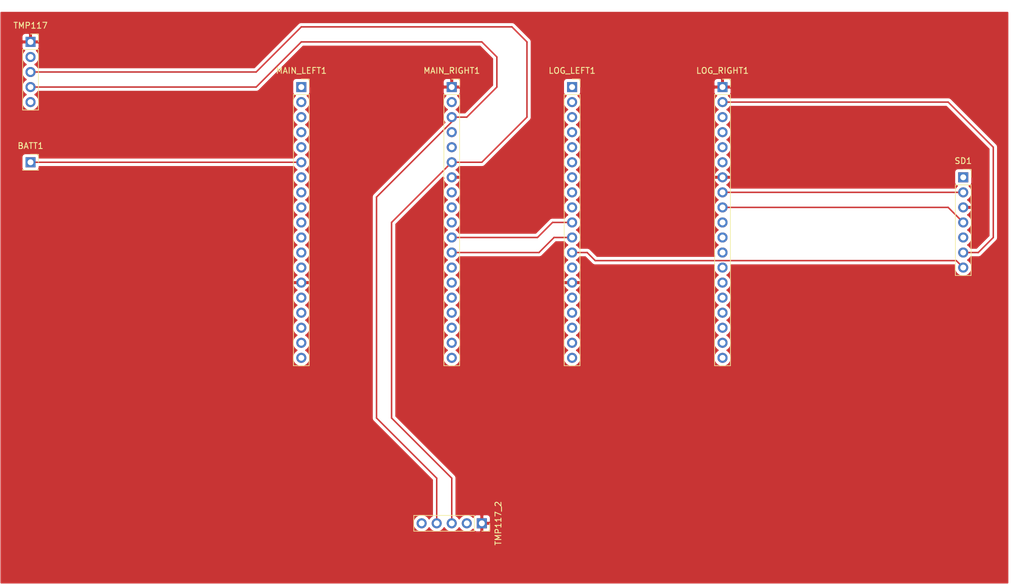
<source format=kicad_pcb>
(kicad_pcb (version 20171130) (host pcbnew "(5.1.7)-1")

  (general
    (thickness 1.6)
    (drawings 5)
    (tracks 42)
    (zones 0)
    (modules 8)
    (nets 72)
  )

  (page A4)
  (layers
    (0 F.Cu signal)
    (31 B.Cu signal)
    (32 B.Adhes user)
    (33 F.Adhes user)
    (34 B.Paste user)
    (35 F.Paste user)
    (36 B.SilkS user)
    (37 F.SilkS user)
    (38 B.Mask user)
    (39 F.Mask user)
    (40 Dwgs.User user)
    (41 Cmts.User user)
    (42 Eco1.User user)
    (43 Eco2.User user)
    (44 Edge.Cuts user)
    (45 Margin user)
    (46 B.CrtYd user)
    (47 F.CrtYd user)
    (48 B.Fab user)
    (49 F.Fab user)
  )

  (setup
    (last_trace_width 0.25)
    (trace_clearance 0.2)
    (zone_clearance 0.508)
    (zone_45_only no)
    (trace_min 0.2)
    (via_size 0.8)
    (via_drill 0.4)
    (via_min_size 0.4)
    (via_min_drill 0.3)
    (uvia_size 0.3)
    (uvia_drill 0.1)
    (uvias_allowed no)
    (uvia_min_size 0.2)
    (uvia_min_drill 0.1)
    (edge_width 0.05)
    (segment_width 0.2)
    (pcb_text_width 0.3)
    (pcb_text_size 1.5 1.5)
    (mod_edge_width 0.12)
    (mod_text_size 1 1)
    (mod_text_width 0.15)
    (pad_size 1.7 1.7)
    (pad_drill 1)
    (pad_to_mask_clearance 0)
    (aux_axis_origin 0 0)
    (visible_elements 7FFFFFFF)
    (pcbplotparams
      (layerselection 0x010fc_ffffffff)
      (usegerberextensions false)
      (usegerberattributes true)
      (usegerberadvancedattributes true)
      (creategerberjobfile true)
      (excludeedgelayer true)
      (linewidth 0.100000)
      (plotframeref false)
      (viasonmask false)
      (mode 1)
      (useauxorigin false)
      (hpglpennumber 1)
      (hpglpenspeed 20)
      (hpglpendiameter 15.000000)
      (psnegative false)
      (psa4output false)
      (plotreference true)
      (plotvalue true)
      (plotinvisibletext false)
      (padsonsilk false)
      (subtractmaskfromsilk false)
      (outputformat 1)
      (mirror false)
      (drillshape 1)
      (scaleselection 1)
      (outputdirectory ""))
  )

  (net 0 "")
  (net 1 35)
  (net 2 5V_2)
  (net 3 CMD_2)
  (net 4 D3_2)
  (net 5 D2_2)
  (net 6 13_2)
  (net 7 GND)
  (net 8 12_2)
  (net 9 14_2)
  (net 10 16)
  (net 11 17)
  (net 12 25_2)
  (net 13 33_2)
  (net 14 32_2)
  (net 15 35_2)
  (net 16 34_2)
  (net 17 VN_2)
  (net 18 VP_2)
  (net 19 EN_2)
  (net 20 3V3)
  (net 21 CLK_2)
  (net 22 D0_2)
  (net 23 D1_2)
  (net 24 15_2)
  (net 25 2_2)
  (net 26 0_2)
  (net 27 4_2)
  (net 28 16_2)
  (net 29 17_2)
  (net 30 5_2)
  (net 31 18_2)
  (net 32 19_2)
  (net 33 21_2)
  (net 34 RX_2)
  (net 35 TX_2)
  (net 36 22_2)
  (net 37 23_2)
  (net 38 5V)
  (net 39 CMD)
  (net 40 D3)
  (net 41 D2)
  (net 42 13)
  (net 43 12)
  (net 44 14)
  (net 45 27)
  (net 46 26)
  (net 47 25)
  (net 48 33)
  (net 49 32)
  (net 50 34)
  (net 51 VN)
  (net 52 VP)
  (net 53 EN)
  (net 54 CLK)
  (net 55 D0)
  (net 56 D1)
  (net 57 15)
  (net 58 2)
  (net 59 0)
  (net 60 4)
  (net 61 5)
  (net 62 18)
  (net 63 19)
  (net 64 21)
  (net 65 RX)
  (net 66 TX)
  (net 67 22)
  (net 68 23)
  (net 69 "Net-(SD1-Pad1)")
  (net 70 "Net-(TMP117-Pad5)")
  (net 71 "Net-(TMP117_2-Pad5)")

  (net_class Default "This is the default net class."
    (clearance 0.2)
    (trace_width 0.25)
    (via_dia 0.8)
    (via_drill 0.4)
    (uvia_dia 0.3)
    (uvia_drill 0.1)
    (add_net 0)
    (add_net 0_2)
    (add_net 12)
    (add_net 12_2)
    (add_net 13)
    (add_net 13_2)
    (add_net 14)
    (add_net 14_2)
    (add_net 15)
    (add_net 15_2)
    (add_net 16)
    (add_net 16_2)
    (add_net 17)
    (add_net 17_2)
    (add_net 18)
    (add_net 18_2)
    (add_net 19)
    (add_net 19_2)
    (add_net 2)
    (add_net 21)
    (add_net 21_2)
    (add_net 22)
    (add_net 22_2)
    (add_net 23)
    (add_net 23_2)
    (add_net 25)
    (add_net 25_2)
    (add_net 26)
    (add_net 27)
    (add_net 2_2)
    (add_net 32)
    (add_net 32_2)
    (add_net 33)
    (add_net 33_2)
    (add_net 34)
    (add_net 34_2)
    (add_net 35)
    (add_net 35_2)
    (add_net 3V3)
    (add_net 4)
    (add_net 4_2)
    (add_net 5)
    (add_net 5V)
    (add_net 5V_2)
    (add_net 5_2)
    (add_net CLK)
    (add_net CLK_2)
    (add_net CMD)
    (add_net CMD_2)
    (add_net D0)
    (add_net D0_2)
    (add_net D1)
    (add_net D1_2)
    (add_net D2)
    (add_net D2_2)
    (add_net D3)
    (add_net D3_2)
    (add_net EN)
    (add_net EN_2)
    (add_net GND)
    (add_net "Net-(SD1-Pad1)")
    (add_net "Net-(TMP117-Pad5)")
    (add_net "Net-(TMP117_2-Pad5)")
    (add_net RX)
    (add_net RX_2)
    (add_net TX)
    (add_net TX_2)
    (add_net VN)
    (add_net VN_2)
    (add_net VP)
    (add_net VP_2)
  )

  (module Connector_PinSocket_2.54mm:PinSocket_1x05_P2.54mm_Vertical (layer F.Cu) (tedit 5A19A420) (tstamp 6082236D)
    (at 165.1 139.7 270)
    (descr "Through hole straight socket strip, 1x05, 2.54mm pitch, single row (from Kicad 4.0.7), script generated")
    (tags "Through hole socket strip THT 1x05 2.54mm single row")
    (path /60858C93)
    (fp_text reference TMP117_2 (at 0 -2.77 90) (layer F.SilkS)
      (effects (font (size 1 1) (thickness 0.15)))
    )
    (fp_text value Conn_01x05 (at 0 12.93 90) (layer F.Fab)
      (effects (font (size 1 1) (thickness 0.15)))
    )
    (fp_line (start -1.8 11.9) (end -1.8 -1.8) (layer F.CrtYd) (width 0.05))
    (fp_line (start 1.75 11.9) (end -1.8 11.9) (layer F.CrtYd) (width 0.05))
    (fp_line (start 1.75 -1.8) (end 1.75 11.9) (layer F.CrtYd) (width 0.05))
    (fp_line (start -1.8 -1.8) (end 1.75 -1.8) (layer F.CrtYd) (width 0.05))
    (fp_line (start 0 -1.33) (end 1.33 -1.33) (layer F.SilkS) (width 0.12))
    (fp_line (start 1.33 -1.33) (end 1.33 0) (layer F.SilkS) (width 0.12))
    (fp_line (start 1.33 1.27) (end 1.33 11.49) (layer F.SilkS) (width 0.12))
    (fp_line (start -1.33 11.49) (end 1.33 11.49) (layer F.SilkS) (width 0.12))
    (fp_line (start -1.33 1.27) (end -1.33 11.49) (layer F.SilkS) (width 0.12))
    (fp_line (start -1.33 1.27) (end 1.33 1.27) (layer F.SilkS) (width 0.12))
    (fp_line (start -1.27 11.43) (end -1.27 -1.27) (layer F.Fab) (width 0.1))
    (fp_line (start 1.27 11.43) (end -1.27 11.43) (layer F.Fab) (width 0.1))
    (fp_line (start 1.27 -0.635) (end 1.27 11.43) (layer F.Fab) (width 0.1))
    (fp_line (start 0.635 -1.27) (end 1.27 -0.635) (layer F.Fab) (width 0.1))
    (fp_line (start -1.27 -1.27) (end 0.635 -1.27) (layer F.Fab) (width 0.1))
    (fp_text user %R (at 0 5.08) (layer F.Fab)
      (effects (font (size 1 1) (thickness 0.15)))
    )
    (pad 5 thru_hole oval (at 0 10.16 270) (size 1.7 1.7) (drill 1) (layers *.Cu *.Mask)
      (net 71 "Net-(TMP117_2-Pad5)"))
    (pad 4 thru_hole oval (at 0 7.62 270) (size 1.7 1.7) (drill 1) (layers *.Cu *.Mask)
      (net 67 22))
    (pad 3 thru_hole oval (at 0 5.08 270) (size 1.7 1.7) (drill 1) (layers *.Cu *.Mask)
      (net 64 21))
    (pad 2 thru_hole oval (at 0 2.54 270) (size 1.7 1.7) (drill 1) (layers *.Cu *.Mask)
      (net 20 3V3))
    (pad 1 thru_hole rect (at 0 0 270) (size 1.7 1.7) (drill 1) (layers *.Cu *.Mask)
      (net 7 GND))
    (model ${KISYS3DMOD}/Connector_PinSocket_2.54mm.3dshapes/PinSocket_1x05_P2.54mm_Vertical.wrl
      (at (xyz 0 0 0))
      (scale (xyz 1 1 1))
      (rotate (xyz 0 0 0))
    )
  )

  (module Connector_PinSocket_2.54mm:PinSocket_1x05_P2.54mm_Vertical (layer F.Cu) (tedit 5A19A420) (tstamp 60822354)
    (at 88.9 58.42)
    (descr "Through hole straight socket strip, 1x05, 2.54mm pitch, single row (from Kicad 4.0.7), script generated")
    (tags "Through hole socket strip THT 1x05 2.54mm single row")
    (path /60843957)
    (fp_text reference TMP117 (at 0 -2.77) (layer F.SilkS)
      (effects (font (size 1 1) (thickness 0.15)))
    )
    (fp_text value Conn_01x05 (at 0 12.93) (layer F.Fab)
      (effects (font (size 1 1) (thickness 0.15)))
    )
    (fp_line (start -1.8 11.9) (end -1.8 -1.8) (layer F.CrtYd) (width 0.05))
    (fp_line (start 1.75 11.9) (end -1.8 11.9) (layer F.CrtYd) (width 0.05))
    (fp_line (start 1.75 -1.8) (end 1.75 11.9) (layer F.CrtYd) (width 0.05))
    (fp_line (start -1.8 -1.8) (end 1.75 -1.8) (layer F.CrtYd) (width 0.05))
    (fp_line (start 0 -1.33) (end 1.33 -1.33) (layer F.SilkS) (width 0.12))
    (fp_line (start 1.33 -1.33) (end 1.33 0) (layer F.SilkS) (width 0.12))
    (fp_line (start 1.33 1.27) (end 1.33 11.49) (layer F.SilkS) (width 0.12))
    (fp_line (start -1.33 11.49) (end 1.33 11.49) (layer F.SilkS) (width 0.12))
    (fp_line (start -1.33 1.27) (end -1.33 11.49) (layer F.SilkS) (width 0.12))
    (fp_line (start -1.33 1.27) (end 1.33 1.27) (layer F.SilkS) (width 0.12))
    (fp_line (start -1.27 11.43) (end -1.27 -1.27) (layer F.Fab) (width 0.1))
    (fp_line (start 1.27 11.43) (end -1.27 11.43) (layer F.Fab) (width 0.1))
    (fp_line (start 1.27 -0.635) (end 1.27 11.43) (layer F.Fab) (width 0.1))
    (fp_line (start 0.635 -1.27) (end 1.27 -0.635) (layer F.Fab) (width 0.1))
    (fp_line (start -1.27 -1.27) (end 0.635 -1.27) (layer F.Fab) (width 0.1))
    (fp_text user %R (at 0 5.08 90) (layer F.Fab)
      (effects (font (size 1 1) (thickness 0.15)))
    )
    (pad 5 thru_hole oval (at 0 10.16) (size 1.7 1.7) (drill 1) (layers *.Cu *.Mask)
      (net 70 "Net-(TMP117-Pad5)"))
    (pad 4 thru_hole oval (at 0 7.62) (size 1.7 1.7) (drill 1) (layers *.Cu *.Mask)
      (net 67 22))
    (pad 3 thru_hole oval (at 0 5.08) (size 1.7 1.7) (drill 1) (layers *.Cu *.Mask)
      (net 64 21))
    (pad 2 thru_hole oval (at 0 2.54) (size 1.7 1.7) (drill 1) (layers *.Cu *.Mask)
      (net 20 3V3))
    (pad 1 thru_hole rect (at 0 0) (size 1.7 1.7) (drill 1) (layers *.Cu *.Mask)
      (net 7 GND))
    (model ${KISYS3DMOD}/Connector_PinSocket_2.54mm.3dshapes/PinSocket_1x05_P2.54mm_Vertical.wrl
      (at (xyz 0 0 0))
      (scale (xyz 1 1 1))
      (rotate (xyz 0 0 0))
    )
  )

  (module Connector_PinSocket_2.54mm:PinSocket_1x07_P2.54mm_Vertical (layer F.Cu) (tedit 5A19A433) (tstamp 6082233B)
    (at 246.38 81.28)
    (descr "Through hole straight socket strip, 1x07, 2.54mm pitch, single row (from Kicad 4.0.7), script generated")
    (tags "Through hole socket strip THT 1x07 2.54mm single row")
    (path /6083EAA9)
    (fp_text reference SD1 (at 0 -2.77) (layer F.SilkS)
      (effects (font (size 1 1) (thickness 0.15)))
    )
    (fp_text value Conn_01x07 (at 0 18.01) (layer F.Fab)
      (effects (font (size 1 1) (thickness 0.15)))
    )
    (fp_line (start -1.8 17) (end -1.8 -1.8) (layer F.CrtYd) (width 0.05))
    (fp_line (start 1.75 17) (end -1.8 17) (layer F.CrtYd) (width 0.05))
    (fp_line (start 1.75 -1.8) (end 1.75 17) (layer F.CrtYd) (width 0.05))
    (fp_line (start -1.8 -1.8) (end 1.75 -1.8) (layer F.CrtYd) (width 0.05))
    (fp_line (start 0 -1.33) (end 1.33 -1.33) (layer F.SilkS) (width 0.12))
    (fp_line (start 1.33 -1.33) (end 1.33 0) (layer F.SilkS) (width 0.12))
    (fp_line (start 1.33 1.27) (end 1.33 16.57) (layer F.SilkS) (width 0.12))
    (fp_line (start -1.33 16.57) (end 1.33 16.57) (layer F.SilkS) (width 0.12))
    (fp_line (start -1.33 1.27) (end -1.33 16.57) (layer F.SilkS) (width 0.12))
    (fp_line (start -1.33 1.27) (end 1.33 1.27) (layer F.SilkS) (width 0.12))
    (fp_line (start -1.27 16.51) (end -1.27 -1.27) (layer F.Fab) (width 0.1))
    (fp_line (start 1.27 16.51) (end -1.27 16.51) (layer F.Fab) (width 0.1))
    (fp_line (start 1.27 -0.635) (end 1.27 16.51) (layer F.Fab) (width 0.1))
    (fp_line (start 0.635 -1.27) (end 1.27 -0.635) (layer F.Fab) (width 0.1))
    (fp_line (start -1.27 -1.27) (end 0.635 -1.27) (layer F.Fab) (width 0.1))
    (fp_text user %R (at 0 7.62 90) (layer F.Fab)
      (effects (font (size 1 1) (thickness 0.15)))
    )
    (pad 7 thru_hole oval (at 0 15.24) (size 1.7 1.7) (drill 1) (layers *.Cu *.Mask)
      (net 9 14_2))
    (pad 6 thru_hole oval (at 0 12.7) (size 1.7 1.7) (drill 1) (layers *.Cu *.Mask)
      (net 37 23_2))
    (pad 5 thru_hole oval (at 0 10.16) (size 1.7 1.7) (drill 1) (layers *.Cu *.Mask)
      (net 20 3V3))
    (pad 4 thru_hole oval (at 0 7.62) (size 1.7 1.7) (drill 1) (layers *.Cu *.Mask)
      (net 31 18_2))
    (pad 3 thru_hole oval (at 0 5.08) (size 1.7 1.7) (drill 1) (layers *.Cu *.Mask)
      (net 7 GND))
    (pad 2 thru_hole oval (at 0 2.54) (size 1.7 1.7) (drill 1) (layers *.Cu *.Mask)
      (net 32 19_2))
    (pad 1 thru_hole rect (at 0 0) (size 1.7 1.7) (drill 1) (layers *.Cu *.Mask)
      (net 69 "Net-(SD1-Pad1)"))
    (model ${KISYS3DMOD}/Connector_PinSocket_2.54mm.3dshapes/PinSocket_1x07_P2.54mm_Vertical.wrl
      (at (xyz 0 0 0))
      (scale (xyz 1 1 1))
      (rotate (xyz 0 0 0))
    )
  )

  (module Connector_PinSocket_2.54mm:PinSocket_1x19_P2.54mm_Vertical (layer F.Cu) (tedit 6081BE3A) (tstamp 60822320)
    (at 160.02 66.04)
    (descr "Through hole straight socket strip, 1x19, 2.54mm pitch, single row (from Kicad 4.0.7), script generated")
    (tags "Through hole socket strip THT 1x19 2.54mm single row")
    (path /6081C995)
    (fp_text reference MAIN_RIGHT1 (at 0 -2.77) (layer F.SilkS)
      (effects (font (size 1 1) (thickness 0.15)))
    )
    (fp_text value Conn_01x19 (at 0 48.49) (layer F.Fab)
      (effects (font (size 1 1) (thickness 0.15)))
    )
    (fp_line (start -1.8 47.5) (end -1.8 -1.8) (layer F.CrtYd) (width 0.05))
    (fp_line (start 1.75 47.5) (end -1.8 47.5) (layer F.CrtYd) (width 0.05))
    (fp_line (start 1.75 -1.8) (end 1.75 47.5) (layer F.CrtYd) (width 0.05))
    (fp_line (start -1.8 -1.8) (end 1.75 -1.8) (layer F.CrtYd) (width 0.05))
    (fp_line (start 0 -1.33) (end 1.33 -1.33) (layer F.SilkS) (width 0.12))
    (fp_line (start 1.33 -1.33) (end 1.33 0) (layer F.SilkS) (width 0.12))
    (fp_line (start 1.33 1.27) (end 1.33 47.05) (layer F.SilkS) (width 0.12))
    (fp_line (start -1.33 47.05) (end 1.33 47.05) (layer F.SilkS) (width 0.12))
    (fp_line (start -1.33 1.27) (end -1.33 47.05) (layer F.SilkS) (width 0.12))
    (fp_line (start -1.33 1.27) (end 1.33 1.27) (layer F.SilkS) (width 0.12))
    (fp_line (start -1.27 46.99) (end -1.27 -1.27) (layer F.Fab) (width 0.1))
    (fp_line (start 1.27 46.99) (end -1.27 46.99) (layer F.Fab) (width 0.1))
    (fp_line (start 1.27 -0.635) (end 1.27 46.99) (layer F.Fab) (width 0.1))
    (fp_line (start 0.635 -1.27) (end 1.27 -0.635) (layer F.Fab) (width 0.1))
    (fp_line (start -1.27 -1.27) (end 0.635 -1.27) (layer F.Fab) (width 0.1))
    (fp_text user %R (at 0 22.86 90) (layer F.Fab)
      (effects (font (size 1 1) (thickness 0.15)))
    )
    (pad 19 thru_hole oval (at 0 45.72) (size 1.7 1.7) (drill 1) (layers *.Cu *.Mask)
      (net 54 CLK))
    (pad 18 thru_hole oval (at 0 43.18) (size 1.7 1.7) (drill 1) (layers *.Cu *.Mask)
      (net 55 D0))
    (pad 17 thru_hole oval (at 0 40.64) (size 1.7 1.7) (drill 1) (layers *.Cu *.Mask)
      (net 56 D1))
    (pad 16 thru_hole oval (at 0 38.1) (size 1.7 1.7) (drill 1) (layers *.Cu *.Mask)
      (net 57 15))
    (pad 15 thru_hole oval (at 0 35.56) (size 1.7 1.7) (drill 1) (layers *.Cu *.Mask)
      (net 58 2))
    (pad 14 thru_hole oval (at 0 33.02) (size 1.7 1.7) (drill 1) (layers *.Cu *.Mask)
      (net 59 0))
    (pad 13 thru_hole oval (at 0 30.48) (size 1.7 1.7) (drill 1) (layers *.Cu *.Mask)
      (net 60 4))
    (pad 12 thru_hole oval (at 0 27.94) (size 1.7 1.7) (drill 1) (layers *.Cu *.Mask)
      (net 10 16))
    (pad 11 thru_hole oval (at 0 25.4) (size 1.7 1.7) (drill 1) (layers *.Cu *.Mask)
      (net 11 17))
    (pad 10 thru_hole oval (at 0 22.86) (size 1.7 1.7) (drill 1) (layers *.Cu *.Mask)
      (net 61 5))
    (pad 9 thru_hole oval (at 0 20.32) (size 1.7 1.7) (drill 1) (layers *.Cu *.Mask)
      (net 62 18))
    (pad 8 thru_hole oval (at 0 17.78) (size 1.7 1.7) (drill 1) (layers *.Cu *.Mask)
      (net 63 19))
    (pad 7 thru_hole oval (at 0 15.24) (size 1.7 1.7) (drill 1) (layers *.Cu *.Mask)
      (net 7 GND))
    (pad 6 thru_hole oval (at 0 12.7) (size 1.7 1.7) (drill 1) (layers *.Cu *.Mask)
      (net 64 21))
    (pad 5 thru_hole oval (at 0 10.16) (size 1.7 1.7) (drill 1) (layers *.Cu *.Mask)
      (net 65 RX))
    (pad 4 thru_hole oval (at 0 7.62) (size 1.7 1.7) (drill 1) (layers *.Cu *.Mask)
      (net 66 TX))
    (pad 3 thru_hole oval (at 0 5.08) (size 1.7 1.7) (drill 1) (layers *.Cu *.Mask)
      (net 67 22))
    (pad 2 thru_hole oval (at 0 2.54) (size 1.7 1.7) (drill 1) (layers *.Cu *.Mask)
      (net 68 23))
    (pad 1 thru_hole rect (at 0 0) (size 1.7 1.7) (drill 1) (layers *.Cu *.Mask)
      (net 7 GND))
    (model ${KISYS3DMOD}/Connector_PinSocket_2.54mm.3dshapes/PinSocket_1x19_P2.54mm_Vertical.wrl
      (at (xyz 0 0 0))
      (scale (xyz 1 1 1))
      (rotate (xyz 0 0 0))
    )
  )

  (module Connector_PinSocket_2.54mm:PinSocket_1x19_P2.54mm_Vertical (layer F.Cu) (tedit 5A19A430) (tstamp 608222F9)
    (at 134.62 66.04)
    (descr "Through hole straight socket strip, 1x19, 2.54mm pitch, single row (from Kicad 4.0.7), script generated")
    (tags "Through hole socket strip THT 1x19 2.54mm single row")
    (path /6081B4BD)
    (fp_text reference MAIN_LEFT1 (at 0 -2.77) (layer F.SilkS)
      (effects (font (size 1 1) (thickness 0.15)))
    )
    (fp_text value Conn_01x19 (at 0 48.49) (layer F.Fab)
      (effects (font (size 1 1) (thickness 0.15)))
    )
    (fp_line (start -1.8 47.5) (end -1.8 -1.8) (layer F.CrtYd) (width 0.05))
    (fp_line (start 1.75 47.5) (end -1.8 47.5) (layer F.CrtYd) (width 0.05))
    (fp_line (start 1.75 -1.8) (end 1.75 47.5) (layer F.CrtYd) (width 0.05))
    (fp_line (start -1.8 -1.8) (end 1.75 -1.8) (layer F.CrtYd) (width 0.05))
    (fp_line (start 0 -1.33) (end 1.33 -1.33) (layer F.SilkS) (width 0.12))
    (fp_line (start 1.33 -1.33) (end 1.33 0) (layer F.SilkS) (width 0.12))
    (fp_line (start 1.33 1.27) (end 1.33 47.05) (layer F.SilkS) (width 0.12))
    (fp_line (start -1.33 47.05) (end 1.33 47.05) (layer F.SilkS) (width 0.12))
    (fp_line (start -1.33 1.27) (end -1.33 47.05) (layer F.SilkS) (width 0.12))
    (fp_line (start -1.33 1.27) (end 1.33 1.27) (layer F.SilkS) (width 0.12))
    (fp_line (start -1.27 46.99) (end -1.27 -1.27) (layer F.Fab) (width 0.1))
    (fp_line (start 1.27 46.99) (end -1.27 46.99) (layer F.Fab) (width 0.1))
    (fp_line (start 1.27 -0.635) (end 1.27 46.99) (layer F.Fab) (width 0.1))
    (fp_line (start 0.635 -1.27) (end 1.27 -0.635) (layer F.Fab) (width 0.1))
    (fp_line (start -1.27 -1.27) (end 0.635 -1.27) (layer F.Fab) (width 0.1))
    (fp_text user %R (at 0 22.86 90) (layer F.Fab)
      (effects (font (size 1 1) (thickness 0.15)))
    )
    (pad 19 thru_hole oval (at 0 45.72) (size 1.7 1.7) (drill 1) (layers *.Cu *.Mask)
      (net 38 5V))
    (pad 18 thru_hole oval (at 0 43.18) (size 1.7 1.7) (drill 1) (layers *.Cu *.Mask)
      (net 39 CMD))
    (pad 17 thru_hole oval (at 0 40.64) (size 1.7 1.7) (drill 1) (layers *.Cu *.Mask)
      (net 40 D3))
    (pad 16 thru_hole oval (at 0 38.1) (size 1.7 1.7) (drill 1) (layers *.Cu *.Mask)
      (net 41 D2))
    (pad 15 thru_hole oval (at 0 35.56) (size 1.7 1.7) (drill 1) (layers *.Cu *.Mask)
      (net 42 13))
    (pad 14 thru_hole oval (at 0 33.02) (size 1.7 1.7) (drill 1) (layers *.Cu *.Mask)
      (net 7 GND))
    (pad 13 thru_hole oval (at 0 30.48) (size 1.7 1.7) (drill 1) (layers *.Cu *.Mask)
      (net 43 12))
    (pad 12 thru_hole oval (at 0 27.94) (size 1.7 1.7) (drill 1) (layers *.Cu *.Mask)
      (net 44 14))
    (pad 11 thru_hole oval (at 0 25.4) (size 1.7 1.7) (drill 1) (layers *.Cu *.Mask)
      (net 45 27))
    (pad 10 thru_hole oval (at 0 22.86) (size 1.7 1.7) (drill 1) (layers *.Cu *.Mask)
      (net 46 26))
    (pad 9 thru_hole oval (at 0 20.32) (size 1.7 1.7) (drill 1) (layers *.Cu *.Mask)
      (net 47 25))
    (pad 8 thru_hole oval (at 0 17.78) (size 1.7 1.7) (drill 1) (layers *.Cu *.Mask)
      (net 48 33))
    (pad 7 thru_hole oval (at 0 15.24) (size 1.7 1.7) (drill 1) (layers *.Cu *.Mask)
      (net 49 32))
    (pad 6 thru_hole oval (at 0 12.7) (size 1.7 1.7) (drill 1) (layers *.Cu *.Mask)
      (net 1 35))
    (pad 5 thru_hole oval (at 0 10.16) (size 1.7 1.7) (drill 1) (layers *.Cu *.Mask)
      (net 50 34))
    (pad 4 thru_hole oval (at 0 7.62) (size 1.7 1.7) (drill 1) (layers *.Cu *.Mask)
      (net 51 VN))
    (pad 3 thru_hole oval (at 0 5.08) (size 1.7 1.7) (drill 1) (layers *.Cu *.Mask)
      (net 52 VP))
    (pad 2 thru_hole oval (at 0 2.54) (size 1.7 1.7) (drill 1) (layers *.Cu *.Mask)
      (net 53 EN))
    (pad 1 thru_hole rect (at 0 0) (size 1.7 1.7) (drill 1) (layers *.Cu *.Mask)
      (net 20 3V3))
    (model ${KISYS3DMOD}/Connector_PinSocket_2.54mm.3dshapes/PinSocket_1x19_P2.54mm_Vertical.wrl
      (at (xyz 0 0 0))
      (scale (xyz 1 1 1))
      (rotate (xyz 0 0 0))
    )
  )

  (module Connector_PinSocket_2.54mm:PinSocket_1x19_P2.54mm_Vertical (layer F.Cu) (tedit 5A19A430) (tstamp 608222D2)
    (at 205.74 66.04)
    (descr "Through hole straight socket strip, 1x19, 2.54mm pitch, single row (from Kicad 4.0.7), script generated")
    (tags "Through hole socket strip THT 1x19 2.54mm single row")
    (path /6083BA69)
    (fp_text reference LOG_RIGHT1 (at 0 -2.77) (layer F.SilkS)
      (effects (font (size 1 1) (thickness 0.15)))
    )
    (fp_text value Conn_01x19 (at 0 48.49) (layer F.Fab)
      (effects (font (size 1 1) (thickness 0.15)))
    )
    (fp_line (start -1.8 47.5) (end -1.8 -1.8) (layer F.CrtYd) (width 0.05))
    (fp_line (start 1.75 47.5) (end -1.8 47.5) (layer F.CrtYd) (width 0.05))
    (fp_line (start 1.75 -1.8) (end 1.75 47.5) (layer F.CrtYd) (width 0.05))
    (fp_line (start -1.8 -1.8) (end 1.75 -1.8) (layer F.CrtYd) (width 0.05))
    (fp_line (start 0 -1.33) (end 1.33 -1.33) (layer F.SilkS) (width 0.12))
    (fp_line (start 1.33 -1.33) (end 1.33 0) (layer F.SilkS) (width 0.12))
    (fp_line (start 1.33 1.27) (end 1.33 47.05) (layer F.SilkS) (width 0.12))
    (fp_line (start -1.33 47.05) (end 1.33 47.05) (layer F.SilkS) (width 0.12))
    (fp_line (start -1.33 1.27) (end -1.33 47.05) (layer F.SilkS) (width 0.12))
    (fp_line (start -1.33 1.27) (end 1.33 1.27) (layer F.SilkS) (width 0.12))
    (fp_line (start -1.27 46.99) (end -1.27 -1.27) (layer F.Fab) (width 0.1))
    (fp_line (start 1.27 46.99) (end -1.27 46.99) (layer F.Fab) (width 0.1))
    (fp_line (start 1.27 -0.635) (end 1.27 46.99) (layer F.Fab) (width 0.1))
    (fp_line (start 0.635 -1.27) (end 1.27 -0.635) (layer F.Fab) (width 0.1))
    (fp_line (start -1.27 -1.27) (end 0.635 -1.27) (layer F.Fab) (width 0.1))
    (fp_text user %R (at 0 22.86 90) (layer F.Fab)
      (effects (font (size 1 1) (thickness 0.15)))
    )
    (pad 19 thru_hole oval (at 0 45.72) (size 1.7 1.7) (drill 1) (layers *.Cu *.Mask)
      (net 21 CLK_2))
    (pad 18 thru_hole oval (at 0 43.18) (size 1.7 1.7) (drill 1) (layers *.Cu *.Mask)
      (net 22 D0_2))
    (pad 17 thru_hole oval (at 0 40.64) (size 1.7 1.7) (drill 1) (layers *.Cu *.Mask)
      (net 23 D1_2))
    (pad 16 thru_hole oval (at 0 38.1) (size 1.7 1.7) (drill 1) (layers *.Cu *.Mask)
      (net 24 15_2))
    (pad 15 thru_hole oval (at 0 35.56) (size 1.7 1.7) (drill 1) (layers *.Cu *.Mask)
      (net 25 2_2))
    (pad 14 thru_hole oval (at 0 33.02) (size 1.7 1.7) (drill 1) (layers *.Cu *.Mask)
      (net 26 0_2))
    (pad 13 thru_hole oval (at 0 30.48) (size 1.7 1.7) (drill 1) (layers *.Cu *.Mask)
      (net 27 4_2))
    (pad 12 thru_hole oval (at 0 27.94) (size 1.7 1.7) (drill 1) (layers *.Cu *.Mask)
      (net 28 16_2))
    (pad 11 thru_hole oval (at 0 25.4) (size 1.7 1.7) (drill 1) (layers *.Cu *.Mask)
      (net 29 17_2))
    (pad 10 thru_hole oval (at 0 22.86) (size 1.7 1.7) (drill 1) (layers *.Cu *.Mask)
      (net 30 5_2))
    (pad 9 thru_hole oval (at 0 20.32) (size 1.7 1.7) (drill 1) (layers *.Cu *.Mask)
      (net 31 18_2))
    (pad 8 thru_hole oval (at 0 17.78) (size 1.7 1.7) (drill 1) (layers *.Cu *.Mask)
      (net 32 19_2))
    (pad 7 thru_hole oval (at 0 15.24) (size 1.7 1.7) (drill 1) (layers *.Cu *.Mask)
      (net 7 GND))
    (pad 6 thru_hole oval (at 0 12.7) (size 1.7 1.7) (drill 1) (layers *.Cu *.Mask)
      (net 33 21_2))
    (pad 5 thru_hole oval (at 0 10.16) (size 1.7 1.7) (drill 1) (layers *.Cu *.Mask)
      (net 34 RX_2))
    (pad 4 thru_hole oval (at 0 7.62) (size 1.7 1.7) (drill 1) (layers *.Cu *.Mask)
      (net 35 TX_2))
    (pad 3 thru_hole oval (at 0 5.08) (size 1.7 1.7) (drill 1) (layers *.Cu *.Mask)
      (net 36 22_2))
    (pad 2 thru_hole oval (at 0 2.54) (size 1.7 1.7) (drill 1) (layers *.Cu *.Mask)
      (net 37 23_2))
    (pad 1 thru_hole rect (at 0 0) (size 1.7 1.7) (drill 1) (layers *.Cu *.Mask)
      (net 7 GND))
    (model ${KISYS3DMOD}/Connector_PinSocket_2.54mm.3dshapes/PinSocket_1x19_P2.54mm_Vertical.wrl
      (at (xyz 0 0 0))
      (scale (xyz 1 1 1))
      (rotate (xyz 0 0 0))
    )
  )

  (module Connector_PinSocket_2.54mm:PinSocket_1x19_P2.54mm_Vertical (layer F.Cu) (tedit 5A19A430) (tstamp 608222AB)
    (at 180.34 66.04)
    (descr "Through hole straight socket strip, 1x19, 2.54mm pitch, single row (from Kicad 4.0.7), script generated")
    (tags "Through hole socket strip THT 1x19 2.54mm single row")
    (path /6083BA63)
    (fp_text reference LOG_LEFT1 (at 0 -2.77) (layer F.SilkS)
      (effects (font (size 1 1) (thickness 0.15)))
    )
    (fp_text value Conn_01x19 (at 0 48.49) (layer F.Fab)
      (effects (font (size 1 1) (thickness 0.15)))
    )
    (fp_line (start -1.8 47.5) (end -1.8 -1.8) (layer F.CrtYd) (width 0.05))
    (fp_line (start 1.75 47.5) (end -1.8 47.5) (layer F.CrtYd) (width 0.05))
    (fp_line (start 1.75 -1.8) (end 1.75 47.5) (layer F.CrtYd) (width 0.05))
    (fp_line (start -1.8 -1.8) (end 1.75 -1.8) (layer F.CrtYd) (width 0.05))
    (fp_line (start 0 -1.33) (end 1.33 -1.33) (layer F.SilkS) (width 0.12))
    (fp_line (start 1.33 -1.33) (end 1.33 0) (layer F.SilkS) (width 0.12))
    (fp_line (start 1.33 1.27) (end 1.33 47.05) (layer F.SilkS) (width 0.12))
    (fp_line (start -1.33 47.05) (end 1.33 47.05) (layer F.SilkS) (width 0.12))
    (fp_line (start -1.33 1.27) (end -1.33 47.05) (layer F.SilkS) (width 0.12))
    (fp_line (start -1.33 1.27) (end 1.33 1.27) (layer F.SilkS) (width 0.12))
    (fp_line (start -1.27 46.99) (end -1.27 -1.27) (layer F.Fab) (width 0.1))
    (fp_line (start 1.27 46.99) (end -1.27 46.99) (layer F.Fab) (width 0.1))
    (fp_line (start 1.27 -0.635) (end 1.27 46.99) (layer F.Fab) (width 0.1))
    (fp_line (start 0.635 -1.27) (end 1.27 -0.635) (layer F.Fab) (width 0.1))
    (fp_line (start -1.27 -1.27) (end 0.635 -1.27) (layer F.Fab) (width 0.1))
    (fp_text user %R (at 0 22.86 90) (layer F.Fab)
      (effects (font (size 1 1) (thickness 0.15)))
    )
    (pad 19 thru_hole oval (at 0 45.72) (size 1.7 1.7) (drill 1) (layers *.Cu *.Mask)
      (net 2 5V_2))
    (pad 18 thru_hole oval (at 0 43.18) (size 1.7 1.7) (drill 1) (layers *.Cu *.Mask)
      (net 3 CMD_2))
    (pad 17 thru_hole oval (at 0 40.64) (size 1.7 1.7) (drill 1) (layers *.Cu *.Mask)
      (net 4 D3_2))
    (pad 16 thru_hole oval (at 0 38.1) (size 1.7 1.7) (drill 1) (layers *.Cu *.Mask)
      (net 5 D2_2))
    (pad 15 thru_hole oval (at 0 35.56) (size 1.7 1.7) (drill 1) (layers *.Cu *.Mask)
      (net 6 13_2))
    (pad 14 thru_hole oval (at 0 33.02) (size 1.7 1.7) (drill 1) (layers *.Cu *.Mask)
      (net 7 GND))
    (pad 13 thru_hole oval (at 0 30.48) (size 1.7 1.7) (drill 1) (layers *.Cu *.Mask)
      (net 8 12_2))
    (pad 12 thru_hole oval (at 0 27.94) (size 1.7 1.7) (drill 1) (layers *.Cu *.Mask)
      (net 9 14_2))
    (pad 11 thru_hole oval (at 0 25.4) (size 1.7 1.7) (drill 1) (layers *.Cu *.Mask)
      (net 10 16))
    (pad 10 thru_hole oval (at 0 22.86) (size 1.7 1.7) (drill 1) (layers *.Cu *.Mask)
      (net 11 17))
    (pad 9 thru_hole oval (at 0 20.32) (size 1.7 1.7) (drill 1) (layers *.Cu *.Mask)
      (net 12 25_2))
    (pad 8 thru_hole oval (at 0 17.78) (size 1.7 1.7) (drill 1) (layers *.Cu *.Mask)
      (net 13 33_2))
    (pad 7 thru_hole oval (at 0 15.24) (size 1.7 1.7) (drill 1) (layers *.Cu *.Mask)
      (net 14 32_2))
    (pad 6 thru_hole oval (at 0 12.7) (size 1.7 1.7) (drill 1) (layers *.Cu *.Mask)
      (net 15 35_2))
    (pad 5 thru_hole oval (at 0 10.16) (size 1.7 1.7) (drill 1) (layers *.Cu *.Mask)
      (net 16 34_2))
    (pad 4 thru_hole oval (at 0 7.62) (size 1.7 1.7) (drill 1) (layers *.Cu *.Mask)
      (net 17 VN_2))
    (pad 3 thru_hole oval (at 0 5.08) (size 1.7 1.7) (drill 1) (layers *.Cu *.Mask)
      (net 18 VP_2))
    (pad 2 thru_hole oval (at 0 2.54) (size 1.7 1.7) (drill 1) (layers *.Cu *.Mask)
      (net 19 EN_2))
    (pad 1 thru_hole rect (at 0 0) (size 1.7 1.7) (drill 1) (layers *.Cu *.Mask)
      (net 20 3V3))
    (model ${KISYS3DMOD}/Connector_PinSocket_2.54mm.3dshapes/PinSocket_1x19_P2.54mm_Vertical.wrl
      (at (xyz 0 0 0))
      (scale (xyz 1 1 1))
      (rotate (xyz 0 0 0))
    )
  )

  (module Connector_PinSocket_2.54mm:PinSocket_1x01_P2.54mm_Vertical (layer F.Cu) (tedit 5A19A434) (tstamp 60822284)
    (at 88.9 78.74)
    (descr "Through hole straight socket strip, 1x01, 2.54mm pitch, single row (from Kicad 4.0.7), script generated")
    (tags "Through hole socket strip THT 1x01 2.54mm single row")
    (path /6087C558)
    (fp_text reference BATT1 (at 0 -2.77) (layer F.SilkS)
      (effects (font (size 1 1) (thickness 0.15)))
    )
    (fp_text value Conn_01x01 (at 0 2.77) (layer F.Fab)
      (effects (font (size 1 1) (thickness 0.15)))
    )
    (fp_line (start -1.8 1.75) (end -1.8 -1.8) (layer F.CrtYd) (width 0.05))
    (fp_line (start 1.75 1.75) (end -1.8 1.75) (layer F.CrtYd) (width 0.05))
    (fp_line (start 1.75 -1.8) (end 1.75 1.75) (layer F.CrtYd) (width 0.05))
    (fp_line (start -1.8 -1.8) (end 1.75 -1.8) (layer F.CrtYd) (width 0.05))
    (fp_line (start 0 -1.33) (end 1.33 -1.33) (layer F.SilkS) (width 0.12))
    (fp_line (start 1.33 -1.33) (end 1.33 0) (layer F.SilkS) (width 0.12))
    (fp_line (start 1.33 1.21) (end 1.33 1.33) (layer F.SilkS) (width 0.12))
    (fp_line (start -1.33 1.21) (end -1.33 1.33) (layer F.SilkS) (width 0.12))
    (fp_line (start -1.33 1.33) (end 1.33 1.33) (layer F.SilkS) (width 0.12))
    (fp_line (start -1.27 1.27) (end -1.27 -1.27) (layer F.Fab) (width 0.1))
    (fp_line (start 1.27 1.27) (end -1.27 1.27) (layer F.Fab) (width 0.1))
    (fp_line (start 1.27 -0.635) (end 1.27 1.27) (layer F.Fab) (width 0.1))
    (fp_line (start 0.635 -1.27) (end 1.27 -0.635) (layer F.Fab) (width 0.1))
    (fp_line (start -1.27 -1.27) (end 0.635 -1.27) (layer F.Fab) (width 0.1))
    (fp_text user %R (at 0 0) (layer F.Fab)
      (effects (font (size 1 1) (thickness 0.15)))
    )
    (pad 1 thru_hole rect (at 0 0) (size 1.7 1.7) (drill 1) (layers *.Cu *.Mask)
      (net 1 35))
    (model ${KISYS3DMOD}/Connector_PinSocket_2.54mm.3dshapes/PinSocket_1x01_P2.54mm_Vertical.wrl
      (at (xyz 0 0 0))
      (scale (xyz 1 1 1))
      (rotate (xyz 0 0 0))
    )
  )

  (dimension 2.54 (width 0.15) (layer Dwgs.User)
    (gr_text "100 mils" (at 212.12 67.31 270) (layer Dwgs.User)
      (effects (font (size 1 1) (thickness 0.15)))
    )
    (feature1 (pts (xy 205.74 68.58) (xy 211.406421 68.58)))
    (feature2 (pts (xy 205.74 66.04) (xy 211.406421 66.04)))
    (crossbar (pts (xy 210.82 66.04) (xy 210.82 68.58)))
    (arrow1a (pts (xy 210.82 68.58) (xy 210.233579 67.453496)))
    (arrow1b (pts (xy 210.82 68.58) (xy 211.406421 67.453496)))
    (arrow2a (pts (xy 210.82 66.04) (xy 210.233579 67.166504)))
    (arrow2b (pts (xy 210.82 66.04) (xy 211.406421 67.166504)))
  )
  (dimension 25.4 (width 0.15) (layer Dwgs.User)
    (gr_text "1000 mils" (at 193.04 59.66) (layer Dwgs.User)
      (effects (font (size 1 1) (thickness 0.15)))
    )
    (feature1 (pts (xy 205.74 66.04) (xy 205.74 60.373579)))
    (feature2 (pts (xy 180.34 66.04) (xy 180.34 60.373579)))
    (crossbar (pts (xy 180.34 60.96) (xy 205.74 60.96)))
    (arrow1a (pts (xy 205.74 60.96) (xy 204.613496 61.546421)))
    (arrow1b (pts (xy 205.74 60.96) (xy 204.613496 60.373579)))
    (arrow2a (pts (xy 180.34 60.96) (xy 181.466504 61.546421)))
    (arrow2b (pts (xy 180.34 60.96) (xy 181.466504 60.373579)))
  )
  (dimension 25.4 (width 0.15) (layer Dwgs.User)
    (gr_text "1000.0 mils" (at 147.32 59.66) (layer Dwgs.User)
      (effects (font (size 1 1) (thickness 0.15)))
    )
    (feature1 (pts (xy 160.02 66.04) (xy 160.02 60.373579)))
    (feature2 (pts (xy 134.62 66.04) (xy 134.62 60.373579)))
    (crossbar (pts (xy 134.62 60.96) (xy 160.02 60.96)))
    (arrow1a (pts (xy 160.02 60.96) (xy 158.893496 61.546421)))
    (arrow1b (pts (xy 160.02 60.96) (xy 158.893496 60.373579)))
    (arrow2a (pts (xy 134.62 60.96) (xy 135.746504 61.546421)))
    (arrow2b (pts (xy 134.62 60.96) (xy 135.746504 60.373579)))
  )
  (dimension 96.52 (width 0.15) (layer Dwgs.User)
    (gr_text "3800 mils" (at 252.7 101.6 270) (layer Dwgs.User)
      (effects (font (size 1 1) (thickness 0.15)))
    )
    (feature1 (pts (xy 254 149.86) (xy 253.413579 149.86)))
    (feature2 (pts (xy 254 53.34) (xy 253.413579 53.34)))
    (crossbar (pts (xy 254 53.34) (xy 254 149.86)))
    (arrow1a (pts (xy 254 149.86) (xy 253.413579 148.733496)))
    (arrow1b (pts (xy 254 149.86) (xy 254.586421 148.733496)))
    (arrow2a (pts (xy 254 53.34) (xy 253.413579 54.466504)))
    (arrow2b (pts (xy 254 53.34) (xy 254.586421 54.466504)))
  )
  (dimension 170.18 (width 0.15) (layer Dwgs.User)
    (gr_text "6700 mils" (at 168.91 54.64) (layer Dwgs.User)
      (effects (font (size 1 1) (thickness 0.15)))
    )
    (feature1 (pts (xy 254 53.34) (xy 254 53.926421)))
    (feature2 (pts (xy 83.82 53.34) (xy 83.82 53.926421)))
    (crossbar (pts (xy 83.82 53.34) (xy 254 53.34)))
    (arrow1a (pts (xy 254 53.34) (xy 252.873496 53.926421)))
    (arrow1b (pts (xy 254 53.34) (xy 252.873496 52.753579)))
    (arrow2a (pts (xy 83.82 53.34) (xy 84.946504 53.926421)))
    (arrow2b (pts (xy 83.82 53.34) (xy 84.946504 52.753579)))
  )

  (segment (start 88.9 78.74) (end 134.62 78.74) (width 0.25) (layer F.Cu) (net 1))
  (segment (start 245.204999 95.344999) (end 184.244999 95.344999) (width 0.25) (layer F.Cu) (net 9))
  (segment (start 246.38 96.52) (end 245.204999 95.344999) (width 0.25) (layer F.Cu) (net 9))
  (segment (start 182.88 93.98) (end 180.34 93.98) (width 0.25) (layer F.Cu) (net 9))
  (segment (start 184.244999 95.344999) (end 182.88 93.98) (width 0.25) (layer F.Cu) (net 9))
  (segment (start 160.02 93.98) (end 174.752 93.98) (width 0.25) (layer F.Cu) (net 10))
  (segment (start 177.292 91.44) (end 180.34 91.44) (width 0.25) (layer F.Cu) (net 10))
  (segment (start 174.752 93.98) (end 177.292 91.44) (width 0.25) (layer F.Cu) (net 10))
  (segment (start 160.02 91.44) (end 174.498 91.44) (width 0.25) (layer F.Cu) (net 11))
  (segment (start 174.498 91.44) (end 177.038 88.9) (width 0.25) (layer F.Cu) (net 11))
  (segment (start 177.038 88.9) (end 180.34 88.9) (width 0.25) (layer F.Cu) (net 11))
  (segment (start 205.74 86.36) (end 243.84 86.36) (width 0.25) (layer F.Cu) (net 31))
  (segment (start 243.84 86.36) (end 246.38 88.9) (width 0.25) (layer F.Cu) (net 31))
  (segment (start 205.74 83.82) (end 246.38 83.82) (width 0.25) (layer F.Cu) (net 32))
  (segment (start 246.38 93.98) (end 248.92 93.98) (width 0.25) (layer F.Cu) (net 37))
  (segment (start 248.92 93.98) (end 251.46 91.44) (width 0.25) (layer F.Cu) (net 37))
  (segment (start 251.46 91.44) (end 251.46 76.2) (width 0.25) (layer F.Cu) (net 37))
  (segment (start 243.84 68.58) (end 205.74 68.58) (width 0.25) (layer F.Cu) (net 37))
  (segment (start 251.46 76.2) (end 243.84 68.58) (width 0.25) (layer F.Cu) (net 37))
  (segment (start 165.1 78.74) (end 160.02 78.74) (width 0.25) (layer F.Cu) (net 64))
  (segment (start 172.72 71.12) (end 165.1 78.74) (width 0.25) (layer F.Cu) (net 64))
  (segment (start 170.18 55.88) (end 172.72 58.42) (width 0.25) (layer F.Cu) (net 64))
  (segment (start 172.72 58.42) (end 172.72 71.12) (width 0.25) (layer F.Cu) (net 64))
  (segment (start 134.62 55.88) (end 170.18 55.88) (width 0.25) (layer F.Cu) (net 64))
  (segment (start 127 63.5) (end 134.62 55.88) (width 0.25) (layer F.Cu) (net 64))
  (segment (start 149.86 88.9) (end 160.02 78.74) (width 0.25) (layer F.Cu) (net 64))
  (segment (start 149.86 121.92) (end 149.86 88.9) (width 0.25) (layer F.Cu) (net 64))
  (segment (start 160.02 132.08) (end 149.86 121.92) (width 0.25) (layer F.Cu) (net 64))
  (segment (start 160.02 139.7) (end 160.02 132.08) (width 0.25) (layer F.Cu) (net 64))
  (segment (start 88.9 63.5) (end 127 63.5) (width 0.25) (layer F.Cu) (net 64))
  (segment (start 127 66.04) (end 134.62 58.42) (width 0.25) (layer F.Cu) (net 67))
  (segment (start 134.62 58.42) (end 165.1 58.42) (width 0.25) (layer F.Cu) (net 67))
  (segment (start 165.1 58.42) (end 167.64 60.96) (width 0.25) (layer F.Cu) (net 67))
  (segment (start 167.64 60.96) (end 167.64 66.04) (width 0.25) (layer F.Cu) (net 67))
  (segment (start 162.56 71.12) (end 160.02 71.12) (width 0.25) (layer F.Cu) (net 67))
  (segment (start 167.64 66.04) (end 162.56 71.12) (width 0.25) (layer F.Cu) (net 67))
  (segment (start 157.48 139.7) (end 157.48 132.08) (width 0.25) (layer F.Cu) (net 67))
  (segment (start 157.48 132.08) (end 147.32 121.92) (width 0.25) (layer F.Cu) (net 67))
  (segment (start 160.02 71.920998) (end 160.02 71.12) (width 0.25) (layer F.Cu) (net 67))
  (segment (start 147.32 84.620998) (end 160.02 71.920998) (width 0.25) (layer F.Cu) (net 67))
  (segment (start 147.32 121.92) (end 147.32 84.620998) (width 0.25) (layer F.Cu) (net 67))
  (segment (start 88.9 66.04) (end 127 66.04) (width 0.25) (layer F.Cu) (net 67))

  (zone (net 7) (net_name GND) (layer F.Cu) (tstamp 0) (hatch edge 0.508)
    (connect_pads (clearance 0.508))
    (min_thickness 0.254)
    (fill yes (arc_segments 32) (thermal_gap 0.508) (thermal_bridge_width 0.508))
    (polygon
      (pts
        (xy 254 149.86) (xy 83.82 149.86) (xy 83.82 53.34) (xy 254 53.34)
      )
    )
    (filled_polygon
      (pts
        (xy 253.873 149.733) (xy 83.947 149.733) (xy 83.947 101.45374) (xy 133.135 101.45374) (xy 133.135 101.74626)
        (xy 133.192068 102.033158) (xy 133.30401 102.303411) (xy 133.466525 102.546632) (xy 133.673368 102.753475) (xy 133.84776 102.87)
        (xy 133.673368 102.986525) (xy 133.466525 103.193368) (xy 133.30401 103.436589) (xy 133.192068 103.706842) (xy 133.135 103.99374)
        (xy 133.135 104.28626) (xy 133.192068 104.573158) (xy 133.30401 104.843411) (xy 133.466525 105.086632) (xy 133.673368 105.293475)
        (xy 133.84776 105.41) (xy 133.673368 105.526525) (xy 133.466525 105.733368) (xy 133.30401 105.976589) (xy 133.192068 106.246842)
        (xy 133.135 106.53374) (xy 133.135 106.82626) (xy 133.192068 107.113158) (xy 133.30401 107.383411) (xy 133.466525 107.626632)
        (xy 133.673368 107.833475) (xy 133.84776 107.95) (xy 133.673368 108.066525) (xy 133.466525 108.273368) (xy 133.30401 108.516589)
        (xy 133.192068 108.786842) (xy 133.135 109.07374) (xy 133.135 109.36626) (xy 133.192068 109.653158) (xy 133.30401 109.923411)
        (xy 133.466525 110.166632) (xy 133.673368 110.373475) (xy 133.84776 110.49) (xy 133.673368 110.606525) (xy 133.466525 110.813368)
        (xy 133.30401 111.056589) (xy 133.192068 111.326842) (xy 133.135 111.61374) (xy 133.135 111.90626) (xy 133.192068 112.193158)
        (xy 133.30401 112.463411) (xy 133.466525 112.706632) (xy 133.673368 112.913475) (xy 133.916589 113.07599) (xy 134.186842 113.187932)
        (xy 134.47374 113.245) (xy 134.76626 113.245) (xy 135.053158 113.187932) (xy 135.323411 113.07599) (xy 135.566632 112.913475)
        (xy 135.773475 112.706632) (xy 135.93599 112.463411) (xy 136.047932 112.193158) (xy 136.105 111.90626) (xy 136.105 111.61374)
        (xy 136.047932 111.326842) (xy 135.93599 111.056589) (xy 135.773475 110.813368) (xy 135.566632 110.606525) (xy 135.39224 110.49)
        (xy 135.566632 110.373475) (xy 135.773475 110.166632) (xy 135.93599 109.923411) (xy 136.047932 109.653158) (xy 136.105 109.36626)
        (xy 136.105 109.07374) (xy 136.047932 108.786842) (xy 135.93599 108.516589) (xy 135.773475 108.273368) (xy 135.566632 108.066525)
        (xy 135.39224 107.95) (xy 135.566632 107.833475) (xy 135.773475 107.626632) (xy 135.93599 107.383411) (xy 136.047932 107.113158)
        (xy 136.105 106.82626) (xy 136.105 106.53374) (xy 136.047932 106.246842) (xy 135.93599 105.976589) (xy 135.773475 105.733368)
        (xy 135.566632 105.526525) (xy 135.39224 105.41) (xy 135.566632 105.293475) (xy 135.773475 105.086632) (xy 135.93599 104.843411)
        (xy 136.047932 104.573158) (xy 136.105 104.28626) (xy 136.105 103.99374) (xy 136.047932 103.706842) (xy 135.93599 103.436589)
        (xy 135.773475 103.193368) (xy 135.566632 102.986525) (xy 135.39224 102.87) (xy 135.566632 102.753475) (xy 135.773475 102.546632)
        (xy 135.93599 102.303411) (xy 136.047932 102.033158) (xy 136.105 101.74626) (xy 136.105 101.45374) (xy 136.047932 101.166842)
        (xy 135.93599 100.896589) (xy 135.773475 100.653368) (xy 135.566632 100.446525) (xy 135.384466 100.324805) (xy 135.501355 100.255178)
        (xy 135.717588 100.060269) (xy 135.891641 99.82692) (xy 136.016825 99.564099) (xy 136.061476 99.41689) (xy 135.940155 99.187)
        (xy 134.747 99.187) (xy 134.747 99.207) (xy 134.493 99.207) (xy 134.493 99.187) (xy 133.299845 99.187)
        (xy 133.178524 99.41689) (xy 133.223175 99.564099) (xy 133.348359 99.82692) (xy 133.522412 100.060269) (xy 133.738645 100.255178)
        (xy 133.855534 100.324805) (xy 133.673368 100.446525) (xy 133.466525 100.653368) (xy 133.30401 100.896589) (xy 133.192068 101.166842)
        (xy 133.135 101.45374) (xy 83.947 101.45374) (xy 83.947 77.89) (xy 87.411928 77.89) (xy 87.411928 79.59)
        (xy 87.424188 79.714482) (xy 87.460498 79.83418) (xy 87.519463 79.944494) (xy 87.598815 80.041185) (xy 87.695506 80.120537)
        (xy 87.80582 80.179502) (xy 87.925518 80.215812) (xy 88.05 80.228072) (xy 89.75 80.228072) (xy 89.874482 80.215812)
        (xy 89.99418 80.179502) (xy 90.104494 80.120537) (xy 90.201185 80.041185) (xy 90.280537 79.944494) (xy 90.339502 79.83418)
        (xy 90.375812 79.714482) (xy 90.388072 79.59) (xy 90.388072 79.5) (xy 133.341822 79.5) (xy 133.466525 79.686632)
        (xy 133.673368 79.893475) (xy 133.84776 80.01) (xy 133.673368 80.126525) (xy 133.466525 80.333368) (xy 133.30401 80.576589)
        (xy 133.192068 80.846842) (xy 133.135 81.13374) (xy 133.135 81.42626) (xy 133.192068 81.713158) (xy 133.30401 81.983411)
        (xy 133.466525 82.226632) (xy 133.673368 82.433475) (xy 133.84776 82.55) (xy 133.673368 82.666525) (xy 133.466525 82.873368)
        (xy 133.30401 83.116589) (xy 133.192068 83.386842) (xy 133.135 83.67374) (xy 133.135 83.96626) (xy 133.192068 84.253158)
        (xy 133.30401 84.523411) (xy 133.466525 84.766632) (xy 133.673368 84.973475) (xy 133.84776 85.09) (xy 133.673368 85.206525)
        (xy 133.466525 85.413368) (xy 133.30401 85.656589) (xy 133.192068 85.926842) (xy 133.135 86.21374) (xy 133.135 86.50626)
        (xy 133.192068 86.793158) (xy 133.30401 87.063411) (xy 133.466525 87.306632) (xy 133.673368 87.513475) (xy 133.84776 87.63)
        (xy 133.673368 87.746525) (xy 133.466525 87.953368) (xy 133.30401 88.196589) (xy 133.192068 88.466842) (xy 133.135 88.75374)
        (xy 133.135 89.04626) (xy 133.192068 89.333158) (xy 133.30401 89.603411) (xy 133.466525 89.846632) (xy 133.673368 90.053475)
        (xy 133.84776 90.17) (xy 133.673368 90.286525) (xy 133.466525 90.493368) (xy 133.30401 90.736589) (xy 133.192068 91.006842)
        (xy 133.135 91.29374) (xy 133.135 91.58626) (xy 133.192068 91.873158) (xy 133.30401 92.143411) (xy 133.466525 92.386632)
        (xy 133.673368 92.593475) (xy 133.84776 92.71) (xy 133.673368 92.826525) (xy 133.466525 93.033368) (xy 133.30401 93.276589)
        (xy 133.192068 93.546842) (xy 133.135 93.83374) (xy 133.135 94.12626) (xy 133.192068 94.413158) (xy 133.30401 94.683411)
        (xy 133.466525 94.926632) (xy 133.673368 95.133475) (xy 133.84776 95.25) (xy 133.673368 95.366525) (xy 133.466525 95.573368)
        (xy 133.30401 95.816589) (xy 133.192068 96.086842) (xy 133.135 96.37374) (xy 133.135 96.66626) (xy 133.192068 96.953158)
        (xy 133.30401 97.223411) (xy 133.466525 97.466632) (xy 133.673368 97.673475) (xy 133.855534 97.795195) (xy 133.738645 97.864822)
        (xy 133.522412 98.059731) (xy 133.348359 98.29308) (xy 133.223175 98.555901) (xy 133.178524 98.70311) (xy 133.299845 98.933)
        (xy 134.493 98.933) (xy 134.493 98.913) (xy 134.747 98.913) (xy 134.747 98.933) (xy 135.940155 98.933)
        (xy 136.061476 98.70311) (xy 136.016825 98.555901) (xy 135.891641 98.29308) (xy 135.717588 98.059731) (xy 135.501355 97.864822)
        (xy 135.384466 97.795195) (xy 135.566632 97.673475) (xy 135.773475 97.466632) (xy 135.93599 97.223411) (xy 136.047932 96.953158)
        (xy 136.105 96.66626) (xy 136.105 96.37374) (xy 136.047932 96.086842) (xy 135.93599 95.816589) (xy 135.773475 95.573368)
        (xy 135.566632 95.366525) (xy 135.39224 95.25) (xy 135.566632 95.133475) (xy 135.773475 94.926632) (xy 135.93599 94.683411)
        (xy 136.047932 94.413158) (xy 136.105 94.12626) (xy 136.105 93.83374) (xy 136.047932 93.546842) (xy 135.93599 93.276589)
        (xy 135.773475 93.033368) (xy 135.566632 92.826525) (xy 135.39224 92.71) (xy 135.566632 92.593475) (xy 135.773475 92.386632)
        (xy 135.93599 92.143411) (xy 136.047932 91.873158) (xy 136.105 91.58626) (xy 136.105 91.29374) (xy 136.047932 91.006842)
        (xy 135.93599 90.736589) (xy 135.773475 90.493368) (xy 135.566632 90.286525) (xy 135.39224 90.17) (xy 135.566632 90.053475)
        (xy 135.773475 89.846632) (xy 135.93599 89.603411) (xy 136.047932 89.333158) (xy 136.105 89.04626) (xy 136.105 88.75374)
        (xy 136.047932 88.466842) (xy 135.93599 88.196589) (xy 135.773475 87.953368) (xy 135.566632 87.746525) (xy 135.39224 87.63)
        (xy 135.566632 87.513475) (xy 135.773475 87.306632) (xy 135.93599 87.063411) (xy 136.047932 86.793158) (xy 136.105 86.50626)
        (xy 136.105 86.21374) (xy 136.047932 85.926842) (xy 135.93599 85.656589) (xy 135.773475 85.413368) (xy 135.566632 85.206525)
        (xy 135.39224 85.09) (xy 135.566632 84.973475) (xy 135.773475 84.766632) (xy 135.93599 84.523411) (xy 136.047932 84.253158)
        (xy 136.105 83.96626) (xy 136.105 83.67374) (xy 136.047932 83.386842) (xy 135.93599 83.116589) (xy 135.773475 82.873368)
        (xy 135.566632 82.666525) (xy 135.39224 82.55) (xy 135.566632 82.433475) (xy 135.773475 82.226632) (xy 135.93599 81.983411)
        (xy 136.047932 81.713158) (xy 136.105 81.42626) (xy 136.105 81.13374) (xy 136.047932 80.846842) (xy 135.93599 80.576589)
        (xy 135.773475 80.333368) (xy 135.566632 80.126525) (xy 135.39224 80.01) (xy 135.566632 79.893475) (xy 135.773475 79.686632)
        (xy 135.93599 79.443411) (xy 136.047932 79.173158) (xy 136.105 78.88626) (xy 136.105 78.59374) (xy 136.047932 78.306842)
        (xy 135.93599 78.036589) (xy 135.773475 77.793368) (xy 135.566632 77.586525) (xy 135.39224 77.47) (xy 135.566632 77.353475)
        (xy 135.773475 77.146632) (xy 135.93599 76.903411) (xy 136.047932 76.633158) (xy 136.105 76.34626) (xy 136.105 76.05374)
        (xy 136.047932 75.766842) (xy 135.93599 75.496589) (xy 135.773475 75.253368) (xy 135.566632 75.046525) (xy 135.39224 74.93)
        (xy 135.566632 74.813475) (xy 135.773475 74.606632) (xy 135.93599 74.363411) (xy 136.047932 74.093158) (xy 136.105 73.80626)
        (xy 136.105 73.51374) (xy 136.047932 73.226842) (xy 135.93599 72.956589) (xy 135.773475 72.713368) (xy 135.566632 72.506525)
        (xy 135.39224 72.39) (xy 135.566632 72.273475) (xy 135.773475 72.066632) (xy 135.93599 71.823411) (xy 136.047932 71.553158)
        (xy 136.105 71.26626) (xy 136.105 70.97374) (xy 136.047932 70.686842) (xy 135.93599 70.416589) (xy 135.773475 70.173368)
        (xy 135.566632 69.966525) (xy 135.39224 69.85) (xy 135.566632 69.733475) (xy 135.773475 69.526632) (xy 135.93599 69.283411)
        (xy 136.047932 69.013158) (xy 136.105 68.72626) (xy 136.105 68.43374) (xy 136.047932 68.146842) (xy 135.93599 67.876589)
        (xy 135.773475 67.633368) (xy 135.64162 67.501513) (xy 135.71418 67.479502) (xy 135.824494 67.420537) (xy 135.921185 67.341185)
        (xy 136.000537 67.244494) (xy 136.059502 67.13418) (xy 136.095812 67.014482) (xy 136.108072 66.89) (xy 136.108072 65.19)
        (xy 158.531928 65.19) (xy 158.535 65.75425) (xy 158.69375 65.913) (xy 159.893 65.913) (xy 159.893 64.71375)
        (xy 160.147 64.71375) (xy 160.147 65.913) (xy 161.34625 65.913) (xy 161.505 65.75425) (xy 161.508072 65.19)
        (xy 161.495812 65.065518) (xy 161.459502 64.94582) (xy 161.400537 64.835506) (xy 161.321185 64.738815) (xy 161.224494 64.659463)
        (xy 161.11418 64.600498) (xy 160.994482 64.564188) (xy 160.87 64.551928) (xy 160.30575 64.555) (xy 160.147 64.71375)
        (xy 159.893 64.71375) (xy 159.73425 64.555) (xy 159.17 64.551928) (xy 159.045518 64.564188) (xy 158.92582 64.600498)
        (xy 158.815506 64.659463) (xy 158.718815 64.738815) (xy 158.639463 64.835506) (xy 158.580498 64.94582) (xy 158.544188 65.065518)
        (xy 158.531928 65.19) (xy 136.108072 65.19) (xy 136.095812 65.065518) (xy 136.059502 64.94582) (xy 136.000537 64.835506)
        (xy 135.921185 64.738815) (xy 135.824494 64.659463) (xy 135.71418 64.600498) (xy 135.594482 64.564188) (xy 135.47 64.551928)
        (xy 133.77 64.551928) (xy 133.645518 64.564188) (xy 133.52582 64.600498) (xy 133.415506 64.659463) (xy 133.318815 64.738815)
        (xy 133.239463 64.835506) (xy 133.180498 64.94582) (xy 133.144188 65.065518) (xy 133.131928 65.19) (xy 133.131928 66.89)
        (xy 133.144188 67.014482) (xy 133.180498 67.13418) (xy 133.239463 67.244494) (xy 133.318815 67.341185) (xy 133.415506 67.420537)
        (xy 133.52582 67.479502) (xy 133.59838 67.501513) (xy 133.466525 67.633368) (xy 133.30401 67.876589) (xy 133.192068 68.146842)
        (xy 133.135 68.43374) (xy 133.135 68.72626) (xy 133.192068 69.013158) (xy 133.30401 69.283411) (xy 133.466525 69.526632)
        (xy 133.673368 69.733475) (xy 133.84776 69.85) (xy 133.673368 69.966525) (xy 133.466525 70.173368) (xy 133.30401 70.416589)
        (xy 133.192068 70.686842) (xy 133.135 70.97374) (xy 133.135 71.26626) (xy 133.192068 71.553158) (xy 133.30401 71.823411)
        (xy 133.466525 72.066632) (xy 133.673368 72.273475) (xy 133.84776 72.39) (xy 133.673368 72.506525) (xy 133.466525 72.713368)
        (xy 133.30401 72.956589) (xy 133.192068 73.226842) (xy 133.135 73.51374) (xy 133.135 73.80626) (xy 133.192068 74.093158)
        (xy 133.30401 74.363411) (xy 133.466525 74.606632) (xy 133.673368 74.813475) (xy 133.84776 74.93) (xy 133.673368 75.046525)
        (xy 133.466525 75.253368) (xy 133.30401 75.496589) (xy 133.192068 75.766842) (xy 133.135 76.05374) (xy 133.135 76.34626)
        (xy 133.192068 76.633158) (xy 133.30401 76.903411) (xy 133.466525 77.146632) (xy 133.673368 77.353475) (xy 133.84776 77.47)
        (xy 133.673368 77.586525) (xy 133.466525 77.793368) (xy 133.341822 77.98) (xy 90.388072 77.98) (xy 90.388072 77.89)
        (xy 90.375812 77.765518) (xy 90.339502 77.64582) (xy 90.280537 77.535506) (xy 90.201185 77.438815) (xy 90.104494 77.359463)
        (xy 89.99418 77.300498) (xy 89.874482 77.264188) (xy 89.75 77.251928) (xy 88.05 77.251928) (xy 87.925518 77.264188)
        (xy 87.80582 77.300498) (xy 87.695506 77.359463) (xy 87.598815 77.438815) (xy 87.519463 77.535506) (xy 87.460498 77.64582)
        (xy 87.424188 77.765518) (xy 87.411928 77.89) (xy 83.947 77.89) (xy 83.947 59.27) (xy 87.411928 59.27)
        (xy 87.424188 59.394482) (xy 87.460498 59.51418) (xy 87.519463 59.624494) (xy 87.598815 59.721185) (xy 87.695506 59.800537)
        (xy 87.80582 59.859502) (xy 87.87838 59.881513) (xy 87.746525 60.013368) (xy 87.58401 60.256589) (xy 87.472068 60.526842)
        (xy 87.415 60.81374) (xy 87.415 61.10626) (xy 87.472068 61.393158) (xy 87.58401 61.663411) (xy 87.746525 61.906632)
        (xy 87.953368 62.113475) (xy 88.12776 62.23) (xy 87.953368 62.346525) (xy 87.746525 62.553368) (xy 87.58401 62.796589)
        (xy 87.472068 63.066842) (xy 87.415 63.35374) (xy 87.415 63.64626) (xy 87.472068 63.933158) (xy 87.58401 64.203411)
        (xy 87.746525 64.446632) (xy 87.953368 64.653475) (xy 88.12776 64.77) (xy 87.953368 64.886525) (xy 87.746525 65.093368)
        (xy 87.58401 65.336589) (xy 87.472068 65.606842) (xy 87.415 65.89374) (xy 87.415 66.18626) (xy 87.472068 66.473158)
        (xy 87.58401 66.743411) (xy 87.746525 66.986632) (xy 87.953368 67.193475) (xy 88.12776 67.31) (xy 87.953368 67.426525)
        (xy 87.746525 67.633368) (xy 87.58401 67.876589) (xy 87.472068 68.146842) (xy 87.415 68.43374) (xy 87.415 68.72626)
        (xy 87.472068 69.013158) (xy 87.58401 69.283411) (xy 87.746525 69.526632) (xy 87.953368 69.733475) (xy 88.196589 69.89599)
        (xy 88.466842 70.007932) (xy 88.75374 70.065) (xy 89.04626 70.065) (xy 89.333158 70.007932) (xy 89.603411 69.89599)
        (xy 89.846632 69.733475) (xy 90.053475 69.526632) (xy 90.21599 69.283411) (xy 90.327932 69.013158) (xy 90.385 68.72626)
        (xy 90.385 68.43374) (xy 90.327932 68.146842) (xy 90.21599 67.876589) (xy 90.053475 67.633368) (xy 89.846632 67.426525)
        (xy 89.67224 67.31) (xy 89.846632 67.193475) (xy 90.053475 66.986632) (xy 90.178178 66.8) (xy 126.962678 66.8)
        (xy 127 66.803676) (xy 127.037322 66.8) (xy 127.037333 66.8) (xy 127.148986 66.789003) (xy 127.292247 66.745546)
        (xy 127.424276 66.674974) (xy 127.540001 66.580001) (xy 127.563804 66.550997) (xy 134.934802 59.18) (xy 164.785199 59.18)
        (xy 166.88 61.274803) (xy 166.880001 65.725197) (xy 162.245199 70.36) (xy 161.298178 70.36) (xy 161.173475 70.173368)
        (xy 160.966632 69.966525) (xy 160.79224 69.85) (xy 160.966632 69.733475) (xy 161.173475 69.526632) (xy 161.33599 69.283411)
        (xy 161.447932 69.013158) (xy 161.505 68.72626) (xy 161.505 68.43374) (xy 161.447932 68.146842) (xy 161.33599 67.876589)
        (xy 161.173475 67.633368) (xy 161.04162 67.501513) (xy 161.11418 67.479502) (xy 161.224494 67.420537) (xy 161.321185 67.341185)
        (xy 161.400537 67.244494) (xy 161.459502 67.13418) (xy 161.495812 67.014482) (xy 161.508072 66.89) (xy 161.505 66.32575)
        (xy 161.34625 66.167) (xy 160.147 66.167) (xy 160.147 66.187) (xy 159.893 66.187) (xy 159.893 66.167)
        (xy 158.69375 66.167) (xy 158.535 66.32575) (xy 158.531928 66.89) (xy 158.544188 67.014482) (xy 158.580498 67.13418)
        (xy 158.639463 67.244494) (xy 158.718815 67.341185) (xy 158.815506 67.420537) (xy 158.92582 67.479502) (xy 158.99838 67.501513)
        (xy 158.866525 67.633368) (xy 158.70401 67.876589) (xy 158.592068 68.146842) (xy 158.535 68.43374) (xy 158.535 68.72626)
        (xy 158.592068 69.013158) (xy 158.70401 69.283411) (xy 158.866525 69.526632) (xy 159.073368 69.733475) (xy 159.24776 69.85)
        (xy 159.073368 69.966525) (xy 158.866525 70.173368) (xy 158.70401 70.416589) (xy 158.592068 70.686842) (xy 158.535 70.97374)
        (xy 158.535 71.26626) (xy 158.592068 71.553158) (xy 158.70401 71.823411) (xy 158.839704 72.026492) (xy 146.808998 84.057199)
        (xy 146.78 84.080997) (xy 146.756202 84.109995) (xy 146.756201 84.109996) (xy 146.685026 84.196722) (xy 146.614454 84.328752)
        (xy 146.58418 84.428556) (xy 146.576167 84.454974) (xy 146.570998 84.472013) (xy 146.556324 84.620998) (xy 146.560001 84.658331)
        (xy 146.56 121.882678) (xy 146.556324 121.92) (xy 146.56 121.957322) (xy 146.56 121.957332) (xy 146.570997 122.068985)
        (xy 146.614454 122.212246) (xy 146.685026 122.344276) (xy 146.724871 122.392826) (xy 146.779999 122.460001) (xy 146.809003 122.483804)
        (xy 156.720001 132.394803) (xy 156.72 138.421821) (xy 156.533368 138.546525) (xy 156.326525 138.753368) (xy 156.21 138.92776)
        (xy 156.093475 138.753368) (xy 155.886632 138.546525) (xy 155.643411 138.38401) (xy 155.373158 138.272068) (xy 155.08626 138.215)
        (xy 154.79374 138.215) (xy 154.506842 138.272068) (xy 154.236589 138.38401) (xy 153.993368 138.546525) (xy 153.786525 138.753368)
        (xy 153.62401 138.996589) (xy 153.512068 139.266842) (xy 153.455 139.55374) (xy 153.455 139.84626) (xy 153.512068 140.133158)
        (xy 153.62401 140.403411) (xy 153.786525 140.646632) (xy 153.993368 140.853475) (xy 154.236589 141.01599) (xy 154.506842 141.127932)
        (xy 154.79374 141.185) (xy 155.08626 141.185) (xy 155.373158 141.127932) (xy 155.643411 141.01599) (xy 155.886632 140.853475)
        (xy 156.093475 140.646632) (xy 156.21 140.47224) (xy 156.326525 140.646632) (xy 156.533368 140.853475) (xy 156.776589 141.01599)
        (xy 157.046842 141.127932) (xy 157.33374 141.185) (xy 157.62626 141.185) (xy 157.913158 141.127932) (xy 158.183411 141.01599)
        (xy 158.426632 140.853475) (xy 158.633475 140.646632) (xy 158.75 140.47224) (xy 158.866525 140.646632) (xy 159.073368 140.853475)
        (xy 159.316589 141.01599) (xy 159.586842 141.127932) (xy 159.87374 141.185) (xy 160.16626 141.185) (xy 160.453158 141.127932)
        (xy 160.723411 141.01599) (xy 160.966632 140.853475) (xy 161.173475 140.646632) (xy 161.29 140.47224) (xy 161.406525 140.646632)
        (xy 161.613368 140.853475) (xy 161.856589 141.01599) (xy 162.126842 141.127932) (xy 162.41374 141.185) (xy 162.70626 141.185)
        (xy 162.993158 141.127932) (xy 163.263411 141.01599) (xy 163.506632 140.853475) (xy 163.638487 140.72162) (xy 163.660498 140.79418)
        (xy 163.719463 140.904494) (xy 163.798815 141.001185) (xy 163.895506 141.080537) (xy 164.00582 141.139502) (xy 164.125518 141.175812)
        (xy 164.25 141.188072) (xy 164.81425 141.185) (xy 164.973 141.02625) (xy 164.973 139.827) (xy 165.227 139.827)
        (xy 165.227 141.02625) (xy 165.38575 141.185) (xy 165.95 141.188072) (xy 166.074482 141.175812) (xy 166.19418 141.139502)
        (xy 166.304494 141.080537) (xy 166.401185 141.001185) (xy 166.480537 140.904494) (xy 166.539502 140.79418) (xy 166.575812 140.674482)
        (xy 166.588072 140.55) (xy 166.585 139.98575) (xy 166.42625 139.827) (xy 165.227 139.827) (xy 164.973 139.827)
        (xy 164.953 139.827) (xy 164.953 139.573) (xy 164.973 139.573) (xy 164.973 138.37375) (xy 165.227 138.37375)
        (xy 165.227 139.573) (xy 166.42625 139.573) (xy 166.585 139.41425) (xy 166.588072 138.85) (xy 166.575812 138.725518)
        (xy 166.539502 138.60582) (xy 166.480537 138.495506) (xy 166.401185 138.398815) (xy 166.304494 138.319463) (xy 166.19418 138.260498)
        (xy 166.074482 138.224188) (xy 165.95 138.211928) (xy 165.38575 138.215) (xy 165.227 138.37375) (xy 164.973 138.37375)
        (xy 164.81425 138.215) (xy 164.25 138.211928) (xy 164.125518 138.224188) (xy 164.00582 138.260498) (xy 163.895506 138.319463)
        (xy 163.798815 138.398815) (xy 163.719463 138.495506) (xy 163.660498 138.60582) (xy 163.638487 138.67838) (xy 163.506632 138.546525)
        (xy 163.263411 138.38401) (xy 162.993158 138.272068) (xy 162.70626 138.215) (xy 162.41374 138.215) (xy 162.126842 138.272068)
        (xy 161.856589 138.38401) (xy 161.613368 138.546525) (xy 161.406525 138.753368) (xy 161.29 138.92776) (xy 161.173475 138.753368)
        (xy 160.966632 138.546525) (xy 160.78 138.421822) (xy 160.78 132.117325) (xy 160.783676 132.08) (xy 160.78 132.042675)
        (xy 160.78 132.042667) (xy 160.769003 131.931014) (xy 160.725546 131.787753) (xy 160.654974 131.655724) (xy 160.560001 131.539999)
        (xy 160.531003 131.516201) (xy 150.62 121.605199) (xy 150.62 89.214801) (xy 158.535 81.299802) (xy 158.535 81.407002)
        (xy 158.699844 81.407002) (xy 158.578524 81.63689) (xy 158.623175 81.784099) (xy 158.748359 82.04692) (xy 158.922412 82.280269)
        (xy 159.138645 82.475178) (xy 159.255534 82.544805) (xy 159.073368 82.666525) (xy 158.866525 82.873368) (xy 158.70401 83.116589)
        (xy 158.592068 83.386842) (xy 158.535 83.67374) (xy 158.535 83.96626) (xy 158.592068 84.253158) (xy 158.70401 84.523411)
        (xy 158.866525 84.766632) (xy 159.073368 84.973475) (xy 159.24776 85.09) (xy 159.073368 85.206525) (xy 158.866525 85.413368)
        (xy 158.70401 85.656589) (xy 158.592068 85.926842) (xy 158.535 86.21374) (xy 158.535 86.50626) (xy 158.592068 86.793158)
        (xy 158.70401 87.063411) (xy 158.866525 87.306632) (xy 159.073368 87.513475) (xy 159.24776 87.63) (xy 159.073368 87.746525)
        (xy 158.866525 87.953368) (xy 158.70401 88.196589) (xy 158.592068 88.466842) (xy 158.535 88.75374) (xy 158.535 89.04626)
        (xy 158.592068 89.333158) (xy 158.70401 89.603411) (xy 158.866525 89.846632) (xy 159.073368 90.053475) (xy 159.24776 90.17)
        (xy 159.073368 90.286525) (xy 158.866525 90.493368) (xy 158.70401 90.736589) (xy 158.592068 91.006842) (xy 158.535 91.29374)
        (xy 158.535 91.58626) (xy 158.592068 91.873158) (xy 158.70401 92.143411) (xy 158.866525 92.386632) (xy 159.073368 92.593475)
        (xy 159.24776 92.71) (xy 159.073368 92.826525) (xy 158.866525 93.033368) (xy 158.70401 93.276589) (xy 158.592068 93.546842)
        (xy 158.535 93.83374) (xy 158.535 94.12626) (xy 158.592068 94.413158) (xy 158.70401 94.683411) (xy 158.866525 94.926632)
        (xy 159.073368 95.133475) (xy 159.24776 95.25) (xy 159.073368 95.366525) (xy 158.866525 95.573368) (xy 158.70401 95.816589)
        (xy 158.592068 96.086842) (xy 158.535 96.37374) (xy 158.535 96.66626) (xy 158.592068 96.953158) (xy 158.70401 97.223411)
        (xy 158.866525 97.466632) (xy 159.073368 97.673475) (xy 159.24776 97.79) (xy 159.073368 97.906525) (xy 158.866525 98.113368)
        (xy 158.70401 98.356589) (xy 158.592068 98.626842) (xy 158.535 98.91374) (xy 158.535 99.20626) (xy 158.592068 99.493158)
        (xy 158.70401 99.763411) (xy 158.866525 100.006632) (xy 159.073368 100.213475) (xy 159.24776 100.33) (xy 159.073368 100.446525)
        (xy 158.866525 100.653368) (xy 158.70401 100.896589) (xy 158.592068 101.166842) (xy 158.535 101.45374) (xy 158.535 101.74626)
        (xy 158.592068 102.033158) (xy 158.70401 102.303411) (xy 158.866525 102.546632) (xy 159.073368 102.753475) (xy 159.24776 102.87)
        (xy 159.073368 102.986525) (xy 158.866525 103.193368) (xy 158.70401 103.436589) (xy 158.592068 103.706842) (xy 158.535 103.99374)
        (xy 158.535 104.28626) (xy 158.592068 104.573158) (xy 158.70401 104.843411) (xy 158.866525 105.086632) (xy 159.073368 105.293475)
        (xy 159.24776 105.41) (xy 159.073368 105.526525) (xy 158.866525 105.733368) (xy 158.70401 105.976589) (xy 158.592068 106.246842)
        (xy 158.535 106.53374) (xy 158.535 106.82626) (xy 158.592068 107.113158) (xy 158.70401 107.383411) (xy 158.866525 107.626632)
        (xy 159.073368 107.833475) (xy 159.24776 107.95) (xy 159.073368 108.066525) (xy 158.866525 108.273368) (xy 158.70401 108.516589)
        (xy 158.592068 108.786842) (xy 158.535 109.07374) (xy 158.535 109.36626) (xy 158.592068 109.653158) (xy 158.70401 109.923411)
        (xy 158.866525 110.166632) (xy 159.073368 110.373475) (xy 159.24776 110.49) (xy 159.073368 110.606525) (xy 158.866525 110.813368)
        (xy 158.70401 111.056589) (xy 158.592068 111.326842) (xy 158.535 111.61374) (xy 158.535 111.90626) (xy 158.592068 112.193158)
        (xy 158.70401 112.463411) (xy 158.866525 112.706632) (xy 159.073368 112.913475) (xy 159.316589 113.07599) (xy 159.586842 113.187932)
        (xy 159.87374 113.245) (xy 160.16626 113.245) (xy 160.453158 113.187932) (xy 160.723411 113.07599) (xy 160.966632 112.913475)
        (xy 161.173475 112.706632) (xy 161.33599 112.463411) (xy 161.447932 112.193158) (xy 161.505 111.90626) (xy 161.505 111.61374)
        (xy 161.447932 111.326842) (xy 161.33599 111.056589) (xy 161.173475 110.813368) (xy 160.966632 110.606525) (xy 160.79224 110.49)
        (xy 160.966632 110.373475) (xy 161.173475 110.166632) (xy 161.33599 109.923411) (xy 161.447932 109.653158) (xy 161.505 109.36626)
        (xy 161.505 109.07374) (xy 161.447932 108.786842) (xy 161.33599 108.516589) (xy 161.173475 108.273368) (xy 160.966632 108.066525)
        (xy 160.79224 107.95) (xy 160.966632 107.833475) (xy 161.173475 107.626632) (xy 161.33599 107.383411) (xy 161.447932 107.113158)
        (xy 161.505 106.82626) (xy 161.505 106.53374) (xy 161.447932 106.246842) (xy 161.33599 105.976589) (xy 161.173475 105.733368)
        (xy 160.966632 105.526525) (xy 160.79224 105.41) (xy 160.966632 105.293475) (xy 161.173475 105.086632) (xy 161.33599 104.843411)
        (xy 161.447932 104.573158) (xy 161.505 104.28626) (xy 161.505 103.99374) (xy 161.447932 103.706842) (xy 161.33599 103.436589)
        (xy 161.173475 103.193368) (xy 160.966632 102.986525) (xy 160.79224 102.87) (xy 160.966632 102.753475) (xy 161.173475 102.546632)
        (xy 161.33599 102.303411) (xy 161.447932 102.033158) (xy 161.505 101.74626) (xy 161.505 101.45374) (xy 178.855 101.45374)
        (xy 178.855 101.74626) (xy 178.912068 102.033158) (xy 179.02401 102.303411) (xy 179.186525 102.546632) (xy 179.393368 102.753475)
        (xy 179.56776 102.87) (xy 179.393368 102.986525) (xy 179.186525 103.193368) (xy 179.02401 103.436589) (xy 178.912068 103.706842)
        (xy 178.855 103.99374) (xy 178.855 104.28626) (xy 178.912068 104.573158) (xy 179.02401 104.843411) (xy 179.186525 105.086632)
        (xy 179.393368 105.293475) (xy 179.56776 105.41) (xy 179.393368 105.526525) (xy 179.186525 105.733368) (xy 179.02401 105.976589)
        (xy 178.912068 106.246842) (xy 178.855 106.53374) (xy 178.855 106.82626) (xy 178.912068 107.113158) (xy 179.02401 107.383411)
        (xy 179.186525 107.626632) (xy 179.393368 107.833475) (xy 179.56776 107.95) (xy 179.393368 108.066525) (xy 179.186525 108.273368)
        (xy 179.02401 108.516589) (xy 178.912068 108.786842) (xy 178.855 109.07374) (xy 178.855 109.36626) (xy 178.912068 109.653158)
        (xy 179.02401 109.923411) (xy 179.186525 110.166632) (xy 179.393368 110.373475) (xy 179.56776 110.49) (xy 179.393368 110.606525)
        (xy 179.186525 110.813368) (xy 179.02401 111.056589) (xy 178.912068 111.326842) (xy 178.855 111.61374) (xy 178.855 111.90626)
        (xy 178.912068 112.193158) (xy 179.02401 112.463411) (xy 179.186525 112.706632) (xy 179.393368 112.913475) (xy 179.636589 113.07599)
        (xy 179.906842 113.187932) (xy 180.19374 113.245) (xy 180.48626 113.245) (xy 180.773158 113.187932) (xy 181.043411 113.07599)
        (xy 181.286632 112.913475) (xy 181.493475 112.706632) (xy 181.65599 112.463411) (xy 181.767932 112.193158) (xy 181.825 111.90626)
        (xy 181.825 111.61374) (xy 181.767932 111.326842) (xy 181.65599 111.056589) (xy 181.493475 110.813368) (xy 181.286632 110.606525)
        (xy 181.11224 110.49) (xy 181.286632 110.373475) (xy 181.493475 110.166632) (xy 181.65599 109.923411) (xy 181.767932 109.653158)
        (xy 181.825 109.36626) (xy 181.825 109.07374) (xy 181.767932 108.786842) (xy 181.65599 108.516589) (xy 181.493475 108.273368)
        (xy 181.286632 108.066525) (xy 181.11224 107.95) (xy 181.286632 107.833475) (xy 181.493475 107.626632) (xy 181.65599 107.383411)
        (xy 181.767932 107.113158) (xy 181.825 106.82626) (xy 181.825 106.53374) (xy 181.767932 106.246842) (xy 181.65599 105.976589)
        (xy 181.493475 105.733368) (xy 181.286632 105.526525) (xy 181.11224 105.41) (xy 181.286632 105.293475) (xy 181.493475 105.086632)
        (xy 181.65599 104.843411) (xy 181.767932 104.573158) (xy 181.825 104.28626) (xy 181.825 103.99374) (xy 181.767932 103.706842)
        (xy 181.65599 103.436589) (xy 181.493475 103.193368) (xy 181.286632 102.986525) (xy 181.11224 102.87) (xy 181.286632 102.753475)
        (xy 181.493475 102.546632) (xy 181.65599 102.303411) (xy 181.767932 102.033158) (xy 181.825 101.74626) (xy 181.825 101.45374)
        (xy 181.767932 101.166842) (xy 181.65599 100.896589) (xy 181.493475 100.653368) (xy 181.286632 100.446525) (xy 181.104466 100.324805)
        (xy 181.221355 100.255178) (xy 181.437588 100.060269) (xy 181.611641 99.82692) (xy 181.736825 99.564099) (xy 181.781476 99.41689)
        (xy 181.660155 99.187) (xy 180.467 99.187) (xy 180.467 99.207) (xy 180.213 99.207) (xy 180.213 99.187)
        (xy 179.019845 99.187) (xy 178.898524 99.41689) (xy 178.943175 99.564099) (xy 179.068359 99.82692) (xy 179.242412 100.060269)
        (xy 179.458645 100.255178) (xy 179.575534 100.324805) (xy 179.393368 100.446525) (xy 179.186525 100.653368) (xy 179.02401 100.896589)
        (xy 178.912068 101.166842) (xy 178.855 101.45374) (xy 161.505 101.45374) (xy 161.447932 101.166842) (xy 161.33599 100.896589)
        (xy 161.173475 100.653368) (xy 160.966632 100.446525) (xy 160.79224 100.33) (xy 160.966632 100.213475) (xy 161.173475 100.006632)
        (xy 161.33599 99.763411) (xy 161.447932 99.493158) (xy 161.505 99.20626) (xy 161.505 98.91374) (xy 161.447932 98.626842)
        (xy 161.33599 98.356589) (xy 161.173475 98.113368) (xy 160.966632 97.906525) (xy 160.79224 97.79) (xy 160.966632 97.673475)
        (xy 161.173475 97.466632) (xy 161.33599 97.223411) (xy 161.447932 96.953158) (xy 161.505 96.66626) (xy 161.505 96.37374)
        (xy 161.447932 96.086842) (xy 161.33599 95.816589) (xy 161.173475 95.573368) (xy 160.966632 95.366525) (xy 160.79224 95.25)
        (xy 160.966632 95.133475) (xy 161.173475 94.926632) (xy 161.298178 94.74) (xy 174.714678 94.74) (xy 174.752 94.743676)
        (xy 174.789322 94.74) (xy 174.789333 94.74) (xy 174.900986 94.729003) (xy 175.044247 94.685546) (xy 175.176276 94.614974)
        (xy 175.292001 94.520001) (xy 175.315804 94.490997) (xy 177.606803 92.2) (xy 179.061822 92.2) (xy 179.186525 92.386632)
        (xy 179.393368 92.593475) (xy 179.56776 92.71) (xy 179.393368 92.826525) (xy 179.186525 93.033368) (xy 179.02401 93.276589)
        (xy 178.912068 93.546842) (xy 178.855 93.83374) (xy 178.855 94.12626) (xy 178.912068 94.413158) (xy 179.02401 94.683411)
        (xy 179.186525 94.926632) (xy 179.393368 95.133475) (xy 179.56776 95.25) (xy 179.393368 95.366525) (xy 179.186525 95.573368)
        (xy 179.02401 95.816589) (xy 178.912068 96.086842) (xy 178.855 96.37374) (xy 178.855 96.66626) (xy 178.912068 96.953158)
        (xy 179.02401 97.223411) (xy 179.186525 97.466632) (xy 179.393368 97.673475) (xy 179.575534 97.795195) (xy 179.458645 97.864822)
        (xy 179.242412 98.059731) (xy 179.068359 98.29308) (xy 178.943175 98.555901) (xy 178.898524 98.70311) (xy 179.019845 98.933)
        (xy 180.213 98.933) (xy 180.213 98.913) (xy 180.467 98.913) (xy 180.467 98.933) (xy 181.660155 98.933)
        (xy 181.781476 98.70311) (xy 181.736825 98.555901) (xy 181.611641 98.29308) (xy 181.437588 98.059731) (xy 181.221355 97.864822)
        (xy 181.104466 97.795195) (xy 181.286632 97.673475) (xy 181.493475 97.466632) (xy 181.65599 97.223411) (xy 181.767932 96.953158)
        (xy 181.825 96.66626) (xy 181.825 96.37374) (xy 181.767932 96.086842) (xy 181.65599 95.816589) (xy 181.493475 95.573368)
        (xy 181.286632 95.366525) (xy 181.11224 95.25) (xy 181.286632 95.133475) (xy 181.493475 94.926632) (xy 181.618178 94.74)
        (xy 182.565199 94.74) (xy 183.681199 95.856001) (xy 183.704998 95.885) (xy 183.733996 95.908798) (xy 183.820722 95.979973)
        (xy 183.875022 96.008997) (xy 183.952752 96.050545) (xy 184.096013 96.094002) (xy 184.207666 96.104999) (xy 184.207675 96.104999)
        (xy 184.244998 96.108675) (xy 184.282321 96.104999) (xy 204.308456 96.104999) (xy 204.255 96.37374) (xy 204.255 96.66626)
        (xy 204.312068 96.953158) (xy 204.42401 97.223411) (xy 204.586525 97.466632) (xy 204.793368 97.673475) (xy 204.96776 97.79)
        (xy 204.793368 97.906525) (xy 204.586525 98.113368) (xy 204.42401 98.356589) (xy 204.312068 98.626842) (xy 204.255 98.91374)
        (xy 204.255 99.20626) (xy 204.312068 99.493158) (xy 204.42401 99.763411) (xy 204.586525 100.006632) (xy 204.793368 100.213475)
        (xy 204.96776 100.33) (xy 204.793368 100.446525) (xy 204.586525 100.653368) (xy 204.42401 100.896589) (xy 204.312068 101.166842)
        (xy 204.255 101.45374) (xy 204.255 101.74626) (xy 204.312068 102.033158) (xy 204.42401 102.303411) (xy 204.586525 102.546632)
        (xy 204.793368 102.753475) (xy 204.96776 102.87) (xy 204.793368 102.986525) (xy 204.586525 103.193368) (xy 204.42401 103.436589)
        (xy 204.312068 103.706842) (xy 204.255 103.99374) (xy 204.255 104.28626) (xy 204.312068 104.573158) (xy 204.42401 104.843411)
        (xy 204.586525 105.086632) (xy 204.793368 105.293475) (xy 204.96776 105.41) (xy 204.793368 105.526525) (xy 204.586525 105.733368)
        (xy 204.42401 105.976589) (xy 204.312068 106.246842) (xy 204.255 106.53374) (xy 204.255 106.82626) (xy 204.312068 107.113158)
        (xy 204.42401 107.383411) (xy 204.586525 107.626632) (xy 204.793368 107.833475) (xy 204.96776 107.95) (xy 204.793368 108.066525)
        (xy 204.586525 108.273368) (xy 204.42401 108.516589) (xy 204.312068 108.786842) (xy 204.255 109.07374) (xy 204.255 109.36626)
        (xy 204.312068 109.653158) (xy 204.42401 109.923411) (xy 204.586525 110.166632) (xy 204.793368 110.373475) (xy 204.96776 110.49)
        (xy 204.793368 110.606525) (xy 204.586525 110.813368) (xy 204.42401 111.056589) (xy 204.312068 111.326842) (xy 204.255 111.61374)
        (xy 204.255 111.90626) (xy 204.312068 112.193158) (xy 204.42401 112.463411) (xy 204.586525 112.706632) (xy 204.793368 112.913475)
        (xy 205.036589 113.07599) (xy 205.306842 113.187932) (xy 205.59374 113.245) (xy 205.88626 113.245) (xy 206.173158 113.187932)
        (xy 206.443411 113.07599) (xy 206.686632 112.913475) (xy 206.893475 112.706632) (xy 207.05599 112.463411) (xy 207.167932 112.193158)
        (xy 207.225 111.90626) (xy 207.225 111.61374) (xy 207.167932 111.326842) (xy 207.05599 111.056589) (xy 206.893475 110.813368)
        (xy 206.686632 110.606525) (xy 206.51224 110.49) (xy 206.686632 110.373475) (xy 206.893475 110.166632) (xy 207.05599 109.923411)
        (xy 207.167932 109.653158) (xy 207.225 109.36626) (xy 207.225 109.07374) (xy 207.167932 108.786842) (xy 207.05599 108.516589)
        (xy 206.893475 108.273368) (xy 206.686632 108.066525) (xy 206.51224 107.95) (xy 206.686632 107.833475) (xy 206.893475 107.626632)
        (xy 207.05599 107.383411) (xy 207.167932 107.113158) (xy 207.225 106.82626) (xy 207.225 106.53374) (xy 207.167932 106.246842)
        (xy 207.05599 105.976589) (xy 206.893475 105.733368) (xy 206.686632 105.526525) (xy 206.51224 105.41) (xy 206.686632 105.293475)
        (xy 206.893475 105.086632) (xy 207.05599 104.843411) (xy 207.167932 104.573158) (xy 207.225 104.28626) (xy 207.225 103.99374)
        (xy 207.167932 103.706842) (xy 207.05599 103.436589) (xy 206.893475 103.193368) (xy 206.686632 102.986525) (xy 206.51224 102.87)
        (xy 206.686632 102.753475) (xy 206.893475 102.546632) (xy 207.05599 102.303411) (xy 207.167932 102.033158) (xy 207.225 101.74626)
        (xy 207.225 101.45374) (xy 207.167932 101.166842) (xy 207.05599 100.896589) (xy 206.893475 100.653368) (xy 206.686632 100.446525)
        (xy 206.51224 100.33) (xy 206.686632 100.213475) (xy 206.893475 100.006632) (xy 207.05599 99.763411) (xy 207.167932 99.493158)
        (xy 207.225 99.20626) (xy 207.225 98.91374) (xy 207.167932 98.626842) (xy 207.05599 98.356589) (xy 206.893475 98.113368)
        (xy 206.686632 97.906525) (xy 206.51224 97.79) (xy 206.686632 97.673475) (xy 206.893475 97.466632) (xy 207.05599 97.223411)
        (xy 207.167932 96.953158) (xy 207.225 96.66626) (xy 207.225 96.37374) (xy 207.171544 96.104999) (xy 244.890198 96.104999)
        (xy 244.938791 96.153592) (xy 244.895 96.37374) (xy 244.895 96.66626) (xy 244.952068 96.953158) (xy 245.06401 97.223411)
        (xy 245.226525 97.466632) (xy 245.433368 97.673475) (xy 245.676589 97.83599) (xy 245.946842 97.947932) (xy 246.23374 98.005)
        (xy 246.52626 98.005) (xy 246.813158 97.947932) (xy 247.083411 97.83599) (xy 247.326632 97.673475) (xy 247.533475 97.466632)
        (xy 247.69599 97.223411) (xy 247.807932 96.953158) (xy 247.865 96.66626) (xy 247.865 96.37374) (xy 247.807932 96.086842)
        (xy 247.69599 95.816589) (xy 247.533475 95.573368) (xy 247.326632 95.366525) (xy 247.15224 95.25) (xy 247.326632 95.133475)
        (xy 247.533475 94.926632) (xy 247.658178 94.74) (xy 248.882678 94.74) (xy 248.92 94.743676) (xy 248.957322 94.74)
        (xy 248.957333 94.74) (xy 249.068986 94.729003) (xy 249.212247 94.685546) (xy 249.344276 94.614974) (xy 249.460001 94.520001)
        (xy 249.483804 94.490997) (xy 251.971009 92.003794) (xy 252.000001 91.980001) (xy 252.023795 91.951008) (xy 252.023799 91.951004)
        (xy 252.094973 91.864277) (xy 252.094974 91.864276) (xy 252.165546 91.732247) (xy 252.209003 91.588986) (xy 252.22 91.477333)
        (xy 252.22 91.477324) (xy 252.223676 91.440001) (xy 252.22 91.402678) (xy 252.22 76.237322) (xy 252.223676 76.199999)
        (xy 252.22 76.162676) (xy 252.22 76.162667) (xy 252.209003 76.051014) (xy 252.165546 75.907753) (xy 252.094974 75.775724)
        (xy 252.000001 75.659999) (xy 251.971003 75.636201) (xy 244.403804 68.069003) (xy 244.380001 68.039999) (xy 244.264276 67.945026)
        (xy 244.132247 67.874454) (xy 243.988986 67.830997) (xy 243.877333 67.82) (xy 243.877322 67.82) (xy 243.84 67.816324)
        (xy 243.802678 67.82) (xy 207.018178 67.82) (xy 206.893475 67.633368) (xy 206.76162 67.501513) (xy 206.83418 67.479502)
        (xy 206.944494 67.420537) (xy 207.041185 67.341185) (xy 207.120537 67.244494) (xy 207.179502 67.13418) (xy 207.215812 67.014482)
        (xy 207.228072 66.89) (xy 207.225 66.32575) (xy 207.06625 66.167) (xy 205.867 66.167) (xy 205.867 66.187)
        (xy 205.613 66.187) (xy 205.613 66.167) (xy 204.41375 66.167) (xy 204.255 66.32575) (xy 204.251928 66.89)
        (xy 204.264188 67.014482) (xy 204.300498 67.13418) (xy 204.359463 67.244494) (xy 204.438815 67.341185) (xy 204.535506 67.420537)
        (xy 204.64582 67.479502) (xy 204.71838 67.501513) (xy 204.586525 67.633368) (xy 204.42401 67.876589) (xy 204.312068 68.146842)
        (xy 204.255 68.43374) (xy 204.255 68.72626) (xy 204.312068 69.013158) (xy 204.42401 69.283411) (xy 204.586525 69.526632)
        (xy 204.793368 69.733475) (xy 204.96776 69.85) (xy 204.793368 69.966525) (xy 204.586525 70.173368) (xy 204.42401 70.416589)
        (xy 204.312068 70.686842) (xy 204.255 70.97374) (xy 204.255 71.26626) (xy 204.312068 71.553158) (xy 204.42401 71.823411)
        (xy 204.586525 72.066632) (xy 204.793368 72.273475) (xy 204.96776 72.39) (xy 204.793368 72.506525) (xy 204.586525 72.713368)
        (xy 204.42401 72.956589) (xy 204.312068 73.226842) (xy 204.255 73.51374) (xy 204.255 73.80626) (xy 204.312068 74.093158)
        (xy 204.42401 74.363411) (xy 204.586525 74.606632) (xy 204.793368 74.813475) (xy 204.96776 74.93) (xy 204.793368 75.046525)
        (xy 204.586525 75.253368) (xy 204.42401 75.496589) (xy 204.312068 75.766842) (xy 204.255 76.05374) (xy 204.255 76.34626)
        (xy 204.312068 76.633158) (xy 204.42401 76.903411) (xy 204.586525 77.146632) (xy 204.793368 77.353475) (xy 204.96776 77.47)
        (xy 204.793368 77.586525) (xy 204.586525 77.793368) (xy 204.42401 78.036589) (xy 204.312068 78.306842) (xy 204.255 78.59374)
        (xy 204.255 78.88626) (xy 204.312068 79.173158) (xy 204.42401 79.443411) (xy 204.586525 79.686632) (xy 204.793368 79.893475)
        (xy 204.975534 80.015195) (xy 204.858645 80.084822) (xy 204.642412 80.279731) (xy 204.468359 80.51308) (xy 204.343175 80.775901)
        (xy 204.298524 80.92311) (xy 204.419845 81.153) (xy 205.613 81.153) (xy 205.613 81.133) (xy 205.867 81.133)
        (xy 205.867 81.153) (xy 207.060155 81.153) (xy 207.181476 80.92311) (xy 207.136825 80.775901) (xy 207.011641 80.51308)
        (xy 206.837588 80.279731) (xy 206.621355 80.084822) (xy 206.504466 80.015195) (xy 206.686632 79.893475) (xy 206.893475 79.686632)
        (xy 207.05599 79.443411) (xy 207.167932 79.173158) (xy 207.225 78.88626) (xy 207.225 78.59374) (xy 207.167932 78.306842)
        (xy 207.05599 78.036589) (xy 206.893475 77.793368) (xy 206.686632 77.586525) (xy 206.51224 77.47) (xy 206.686632 77.353475)
        (xy 206.893475 77.146632) (xy 207.05599 76.903411) (xy 207.167932 76.633158) (xy 207.225 76.34626) (xy 207.225 76.05374)
        (xy 207.167932 75.766842) (xy 207.05599 75.496589) (xy 206.893475 75.253368) (xy 206.686632 75.046525) (xy 206.51224 74.93)
        (xy 206.686632 74.813475) (xy 206.893475 74.606632) (xy 207.05599 74.363411) (xy 207.167932 74.093158) (xy 207.225 73.80626)
        (xy 207.225 73.51374) (xy 207.167932 73.226842) (xy 207.05599 72.956589) (xy 206.893475 72.713368) (xy 206.686632 72.506525)
        (xy 206.51224 72.39) (xy 206.686632 72.273475) (xy 206.893475 72.066632) (xy 207.05599 71.823411) (xy 207.167932 71.553158)
        (xy 207.225 71.26626) (xy 207.225 70.97374) (xy 207.167932 70.686842) (xy 207.05599 70.416589) (xy 206.893475 70.173368)
        (xy 206.686632 69.966525) (xy 206.51224 69.85) (xy 206.686632 69.733475) (xy 206.893475 69.526632) (xy 207.018178 69.34)
        (xy 243.525199 69.34) (xy 250.700001 76.514803) (xy 250.7 91.125197) (xy 248.605199 93.22) (xy 247.658178 93.22)
        (xy 247.533475 93.033368) (xy 247.326632 92.826525) (xy 247.15224 92.71) (xy 247.326632 92.593475) (xy 247.533475 92.386632)
        (xy 247.69599 92.143411) (xy 247.807932 91.873158) (xy 247.865 91.58626) (xy 247.865 91.29374) (xy 247.807932 91.006842)
        (xy 247.69599 90.736589) (xy 247.533475 90.493368) (xy 247.326632 90.286525) (xy 247.15224 90.17) (xy 247.326632 90.053475)
        (xy 247.533475 89.846632) (xy 247.69599 89.603411) (xy 247.807932 89.333158) (xy 247.865 89.04626) (xy 247.865 88.75374)
        (xy 247.807932 88.466842) (xy 247.69599 88.196589) (xy 247.533475 87.953368) (xy 247.326632 87.746525) (xy 247.144466 87.624805)
        (xy 247.261355 87.555178) (xy 247.477588 87.360269) (xy 247.651641 87.12692) (xy 247.776825 86.864099) (xy 247.821476 86.71689)
        (xy 247.700155 86.487) (xy 246.507 86.487) (xy 246.507 86.507) (xy 246.253 86.507) (xy 246.253 86.487)
        (xy 246.233 86.487) (xy 246.233 86.233) (xy 246.253 86.233) (xy 246.253 86.213) (xy 246.507 86.213)
        (xy 246.507 86.233) (xy 247.700155 86.233) (xy 247.821476 86.00311) (xy 247.776825 85.855901) (xy 247.651641 85.59308)
        (xy 247.477588 85.359731) (xy 247.261355 85.164822) (xy 247.144466 85.095195) (xy 247.326632 84.973475) (xy 247.533475 84.766632)
        (xy 247.69599 84.523411) (xy 247.807932 84.253158) (xy 247.865 83.96626) (xy 247.865 83.67374) (xy 247.807932 83.386842)
        (xy 247.69599 83.116589) (xy 247.533475 82.873368) (xy 247.40162 82.741513) (xy 247.47418 82.719502) (xy 247.584494 82.660537)
        (xy 247.681185 82.581185) (xy 247.760537 82.484494) (xy 247.819502 82.37418) (xy 247.855812 82.254482) (xy 247.868072 82.13)
        (xy 247.868072 80.43) (xy 247.855812 80.305518) (xy 247.819502 80.18582) (xy 247.760537 80.075506) (xy 247.681185 79.978815)
        (xy 247.584494 79.899463) (xy 247.47418 79.840498) (xy 247.354482 79.804188) (xy 247.23 79.791928) (xy 245.53 79.791928)
        (xy 245.405518 79.804188) (xy 245.28582 79.840498) (xy 245.175506 79.899463) (xy 245.078815 79.978815) (xy 244.999463 80.075506)
        (xy 244.940498 80.18582) (xy 244.904188 80.305518) (xy 244.891928 80.43) (xy 244.891928 82.13) (xy 244.904188 82.254482)
        (xy 244.940498 82.37418) (xy 244.999463 82.484494) (xy 245.078815 82.581185) (xy 245.175506 82.660537) (xy 245.28582 82.719502)
        (xy 245.35838 82.741513) (xy 245.226525 82.873368) (xy 245.101822 83.06) (xy 207.018178 83.06) (xy 206.893475 82.873368)
        (xy 206.686632 82.666525) (xy 206.504466 82.544805) (xy 206.621355 82.475178) (xy 206.837588 82.280269) (xy 207.011641 82.04692)
        (xy 207.136825 81.784099) (xy 207.181476 81.63689) (xy 207.060155 81.407) (xy 205.867 81.407) (xy 205.867 81.427)
        (xy 205.613 81.427) (xy 205.613 81.407) (xy 204.419845 81.407) (xy 204.298524 81.63689) (xy 204.343175 81.784099)
        (xy 204.468359 82.04692) (xy 204.642412 82.280269) (xy 204.858645 82.475178) (xy 204.975534 82.544805) (xy 204.793368 82.666525)
        (xy 204.586525 82.873368) (xy 204.42401 83.116589) (xy 204.312068 83.386842) (xy 204.255 83.67374) (xy 204.255 83.96626)
        (xy 204.312068 84.253158) (xy 204.42401 84.523411) (xy 204.586525 84.766632) (xy 204.793368 84.973475) (xy 204.96776 85.09)
        (xy 204.793368 85.206525) (xy 204.586525 85.413368) (xy 204.42401 85.656589) (xy 204.312068 85.926842) (xy 204.255 86.21374)
        (xy 204.255 86.50626) (xy 204.312068 86.793158) (xy 204.42401 87.063411) (xy 204.586525 87.306632) (xy 204.793368 87.513475)
        (xy 204.96776 87.63) (xy 204.793368 87.746525) (xy 204.586525 87.953368) (xy 204.42401 88.196589) (xy 204.312068 88.466842)
        (xy 204.255 88.75374) (xy 204.255 89.04626) (xy 204.312068 89.333158) (xy 204.42401 89.603411) (xy 204.586525 89.846632)
        (xy 204.793368 90.053475) (xy 204.96776 90.17) (xy 204.793368 90.286525) (xy 204.586525 90.493368) (xy 204.42401 90.736589)
        (xy 204.312068 91.006842) (xy 204.255 91.29374) (xy 204.255 91.58626) (xy 204.312068 91.873158) (xy 204.42401 92.143411)
        (xy 204.586525 92.386632) (xy 204.793368 92.593475) (xy 204.96776 92.71) (xy 204.793368 92.826525) (xy 204.586525 93.033368)
        (xy 204.42401 93.276589) (xy 204.312068 93.546842) (xy 204.255 93.83374) (xy 204.255 94.12626) (xy 204.312068 94.413158)
        (xy 204.383247 94.584999) (xy 184.559801 94.584999) (xy 183.443804 93.469003) (xy 183.420001 93.439999) (xy 183.304276 93.345026)
        (xy 183.172247 93.274454) (xy 183.028986 93.230997) (xy 182.917333 93.22) (xy 182.917322 93.22) (xy 182.88 93.216324)
        (xy 182.842678 93.22) (xy 181.618178 93.22) (xy 181.493475 93.033368) (xy 181.286632 92.826525) (xy 181.11224 92.71)
        (xy 181.286632 92.593475) (xy 181.493475 92.386632) (xy 181.65599 92.143411) (xy 181.767932 91.873158) (xy 181.825 91.58626)
        (xy 181.825 91.29374) (xy 181.767932 91.006842) (xy 181.65599 90.736589) (xy 181.493475 90.493368) (xy 181.286632 90.286525)
        (xy 181.11224 90.17) (xy 181.286632 90.053475) (xy 181.493475 89.846632) (xy 181.65599 89.603411) (xy 181.767932 89.333158)
        (xy 181.825 89.04626) (xy 181.825 88.75374) (xy 181.767932 88.466842) (xy 181.65599 88.196589) (xy 181.493475 87.953368)
        (xy 181.286632 87.746525) (xy 181.11224 87.63) (xy 181.286632 87.513475) (xy 181.493475 87.306632) (xy 181.65599 87.063411)
        (xy 181.767932 86.793158) (xy 181.825 86.50626) (xy 181.825 86.21374) (xy 181.767932 85.926842) (xy 181.65599 85.656589)
        (xy 181.493475 85.413368) (xy 181.286632 85.206525) (xy 181.11224 85.09) (xy 181.286632 84.973475) (xy 181.493475 84.766632)
        (xy 181.65599 84.523411) (xy 181.767932 84.253158) (xy 181.825 83.96626) (xy 181.825 83.67374) (xy 181.767932 83.386842)
        (xy 181.65599 83.116589) (xy 181.493475 82.873368) (xy 181.286632 82.666525) (xy 181.11224 82.55) (xy 181.286632 82.433475)
        (xy 181.493475 82.226632) (xy 181.65599 81.983411) (xy 181.767932 81.713158) (xy 181.825 81.42626) (xy 181.825 81.13374)
        (xy 181.767932 80.846842) (xy 181.65599 80.576589) (xy 181.493475 80.333368) (xy 181.286632 80.126525) (xy 181.11224 80.01)
        (xy 181.286632 79.893475) (xy 181.493475 79.686632) (xy 181.65599 79.443411) (xy 181.767932 79.173158) (xy 181.825 78.88626)
        (xy 181.825 78.59374) (xy 181.767932 78.306842) (xy 181.65599 78.036589) (xy 181.493475 77.793368) (xy 181.286632 77.586525)
        (xy 181.11224 77.47) (xy 181.286632 77.353475) (xy 181.493475 77.146632) (xy 181.65599 76.903411) (xy 181.767932 76.633158)
        (xy 181.825 76.34626) (xy 181.825 76.05374) (xy 181.767932 75.766842) (xy 181.65599 75.496589) (xy 181.493475 75.253368)
        (xy 181.286632 75.046525) (xy 181.11224 74.93) (xy 181.286632 74.813475) (xy 181.493475 74.606632) (xy 181.65599 74.363411)
        (xy 181.767932 74.093158) (xy 181.825 73.80626) (xy 181.825 73.51374) (xy 181.767932 73.226842) (xy 181.65599 72.956589)
        (xy 181.493475 72.713368) (xy 181.286632 72.506525) (xy 181.11224 72.39) (xy 181.286632 72.273475) (xy 181.493475 72.066632)
        (xy 181.65599 71.823411) (xy 181.767932 71.553158) (xy 181.825 71.26626) (xy 181.825 70.97374) (xy 181.767932 70.686842)
        (xy 181.65599 70.416589) (xy 181.493475 70.173368) (xy 181.286632 69.966525) (xy 181.11224 69.85) (xy 181.286632 69.733475)
        (xy 181.493475 69.526632) (xy 181.65599 69.283411) (xy 181.767932 69.013158) (xy 181.825 68.72626) (xy 181.825 68.43374)
        (xy 181.767932 68.146842) (xy 181.65599 67.876589) (xy 181.493475 67.633368) (xy 181.36162 67.501513) (xy 181.43418 67.479502)
        (xy 181.544494 67.420537) (xy 181.641185 67.341185) (xy 181.720537 67.244494) (xy 181.779502 67.13418) (xy 181.815812 67.014482)
        (xy 181.828072 66.89) (xy 181.828072 65.19) (xy 204.251928 65.19) (xy 204.255 65.75425) (xy 204.41375 65.913)
        (xy 205.613 65.913) (xy 205.613 64.71375) (xy 205.867 64.71375) (xy 205.867 65.913) (xy 207.06625 65.913)
        (xy 207.225 65.75425) (xy 207.228072 65.19) (xy 207.215812 65.065518) (xy 207.179502 64.94582) (xy 207.120537 64.835506)
        (xy 207.041185 64.738815) (xy 206.944494 64.659463) (xy 206.83418 64.600498) (xy 206.714482 64.564188) (xy 206.59 64.551928)
        (xy 206.02575 64.555) (xy 205.867 64.71375) (xy 205.613 64.71375) (xy 205.45425 64.555) (xy 204.89 64.551928)
        (xy 204.765518 64.564188) (xy 204.64582 64.600498) (xy 204.535506 64.659463) (xy 204.438815 64.738815) (xy 204.359463 64.835506)
        (xy 204.300498 64.94582) (xy 204.264188 65.065518) (xy 204.251928 65.19) (xy 181.828072 65.19) (xy 181.815812 65.065518)
        (xy 181.779502 64.94582) (xy 181.720537 64.835506) (xy 181.641185 64.738815) (xy 181.544494 64.659463) (xy 181.43418 64.600498)
        (xy 181.314482 64.564188) (xy 181.19 64.551928) (xy 179.49 64.551928) (xy 179.365518 64.564188) (xy 179.24582 64.600498)
        (xy 179.135506 64.659463) (xy 179.038815 64.738815) (xy 178.959463 64.835506) (xy 178.900498 64.94582) (xy 178.864188 65.065518)
        (xy 178.851928 65.19) (xy 178.851928 66.89) (xy 178.864188 67.014482) (xy 178.900498 67.13418) (xy 178.959463 67.244494)
        (xy 179.038815 67.341185) (xy 179.135506 67.420537) (xy 179.24582 67.479502) (xy 179.31838 67.501513) (xy 179.186525 67.633368)
        (xy 179.02401 67.876589) (xy 178.912068 68.146842) (xy 178.855 68.43374) (xy 178.855 68.72626) (xy 178.912068 69.013158)
        (xy 179.02401 69.283411) (xy 179.186525 69.526632) (xy 179.393368 69.733475) (xy 179.56776 69.85) (xy 179.393368 69.966525)
        (xy 179.186525 70.173368) (xy 179.02401 70.416589) (xy 178.912068 70.686842) (xy 178.855 70.97374) (xy 178.855 71.26626)
        (xy 178.912068 71.553158) (xy 179.02401 71.823411) (xy 179.186525 72.066632) (xy 179.393368 72.273475) (xy 179.56776 72.39)
        (xy 179.393368 72.506525) (xy 179.186525 72.713368) (xy 179.02401 72.956589) (xy 178.912068 73.226842) (xy 178.855 73.51374)
        (xy 178.855 73.80626) (xy 178.912068 74.093158) (xy 179.02401 74.363411) (xy 179.186525 74.606632) (xy 179.393368 74.813475)
        (xy 179.56776 74.93) (xy 179.393368 75.046525) (xy 179.186525 75.253368) (xy 179.02401 75.496589) (xy 178.912068 75.766842)
        (xy 178.855 76.05374) (xy 178.855 76.34626) (xy 178.912068 76.633158) (xy 179.02401 76.903411) (xy 179.186525 77.146632)
        (xy 179.393368 77.353475) (xy 179.56776 77.47) (xy 179.393368 77.586525) (xy 179.186525 77.793368) (xy 179.02401 78.036589)
        (xy 178.912068 78.306842) (xy 178.855 78.59374) (xy 178.855 78.88626) (xy 178.912068 79.173158) (xy 179.02401 79.443411)
        (xy 179.186525 79.686632) (xy 179.393368 79.893475) (xy 179.56776 80.01) (xy 179.393368 80.126525) (xy 179.186525 80.333368)
        (xy 179.02401 80.576589) (xy 178.912068 80.846842) (xy 178.855 81.13374) (xy 178.855 81.42626) (xy 178.912068 81.713158)
        (xy 179.02401 81.983411) (xy 179.186525 82.226632) (xy 179.393368 82.433475) (xy 179.56776 82.55) (xy 179.393368 82.666525)
        (xy 179.186525 82.873368) (xy 179.02401 83.116589) (xy 178.912068 83.386842) (xy 178.855 83.67374) (xy 178.855 83.96626)
        (xy 178.912068 84.253158) (xy 179.02401 84.523411) (xy 179.186525 84.766632) (xy 179.393368 84.973475) (xy 179.56776 85.09)
        (xy 179.393368 85.206525) (xy 179.186525 85.413368) (xy 179.02401 85.656589) (xy 178.912068 85.926842) (xy 178.855 86.21374)
        (xy 178.855 86.50626) (xy 178.912068 86.793158) (xy 179.02401 87.063411) (xy 179.186525 87.306632) (xy 179.393368 87.513475)
        (xy 179.56776 87.63) (xy 179.393368 87.746525) (xy 179.186525 87.953368) (xy 179.061822 88.14) (xy 177.075322 88.14)
        (xy 177.037999 88.136324) (xy 177.000676 88.14) (xy 177.000667 88.14) (xy 176.889014 88.150997) (xy 176.745753 88.194454)
        (xy 176.613724 88.265026) (xy 176.613722 88.265027) (xy 176.613723 88.265027) (xy 176.526996 88.336201) (xy 176.526992 88.336205)
        (xy 176.497999 88.359999) (xy 176.474205 88.388992) (xy 174.183199 90.68) (xy 161.298178 90.68) (xy 161.173475 90.493368)
        (xy 160.966632 90.286525) (xy 160.79224 90.17) (xy 160.966632 90.053475) (xy 161.173475 89.846632) (xy 161.33599 89.603411)
        (xy 161.447932 89.333158) (xy 161.505 89.04626) (xy 161.505 88.75374) (xy 161.447932 88.466842) (xy 161.33599 88.196589)
        (xy 161.173475 87.953368) (xy 160.966632 87.746525) (xy 160.79224 87.63) (xy 160.966632 87.513475) (xy 161.173475 87.306632)
        (xy 161.33599 87.063411) (xy 161.447932 86.793158) (xy 161.505 86.50626) (xy 161.505 86.21374) (xy 161.447932 85.926842)
        (xy 161.33599 85.656589) (xy 161.173475 85.413368) (xy 160.966632 85.206525) (xy 160.79224 85.09) (xy 160.966632 84.973475)
        (xy 161.173475 84.766632) (xy 161.33599 84.523411) (xy 161.447932 84.253158) (xy 161.505 83.96626) (xy 161.505 83.67374)
        (xy 161.447932 83.386842) (xy 161.33599 83.116589) (xy 161.173475 82.873368) (xy 160.966632 82.666525) (xy 160.784466 82.544805)
        (xy 160.901355 82.475178) (xy 161.117588 82.280269) (xy 161.291641 82.04692) (xy 161.416825 81.784099) (xy 161.461476 81.63689)
        (xy 161.340155 81.407) (xy 160.147 81.407) (xy 160.147 81.427) (xy 159.893 81.427) (xy 159.893 81.407)
        (xy 159.873 81.407) (xy 159.873 81.153) (xy 159.893 81.153) (xy 159.893 81.133) (xy 160.147 81.133)
        (xy 160.147 81.153) (xy 161.340155 81.153) (xy 161.461476 80.92311) (xy 161.416825 80.775901) (xy 161.291641 80.51308)
        (xy 161.117588 80.279731) (xy 160.901355 80.084822) (xy 160.784466 80.015195) (xy 160.966632 79.893475) (xy 161.173475 79.686632)
        (xy 161.298178 79.5) (xy 165.062678 79.5) (xy 165.1 79.503676) (xy 165.137322 79.5) (xy 165.137333 79.5)
        (xy 165.248986 79.489003) (xy 165.392247 79.445546) (xy 165.524276 79.374974) (xy 165.640001 79.280001) (xy 165.663804 79.250997)
        (xy 173.231003 71.683799) (xy 173.260001 71.660001) (xy 173.354974 71.544276) (xy 173.425546 71.412247) (xy 173.469003 71.268986)
        (xy 173.48 71.157333) (xy 173.48 71.157322) (xy 173.483676 71.120001) (xy 173.48 71.082678) (xy 173.48 58.457322)
        (xy 173.483676 58.419999) (xy 173.48 58.382676) (xy 173.48 58.382667) (xy 173.469003 58.271014) (xy 173.425546 58.127753)
        (xy 173.354974 57.995724) (xy 173.341811 57.979685) (xy 173.283799 57.908996) (xy 173.283795 57.908992) (xy 173.260001 57.879999)
        (xy 173.231009 57.856206) (xy 170.743804 55.369003) (xy 170.720001 55.339999) (xy 170.604276 55.245026) (xy 170.472247 55.174454)
        (xy 170.328986 55.130997) (xy 170.217333 55.12) (xy 170.217322 55.12) (xy 170.18 55.116324) (xy 170.142678 55.12)
        (xy 134.657322 55.12) (xy 134.619999 55.116324) (xy 134.582676 55.12) (xy 134.582667 55.12) (xy 134.471014 55.130997)
        (xy 134.327753 55.174454) (xy 134.195724 55.245026) (xy 134.079999 55.339999) (xy 134.056201 55.368997) (xy 126.685199 62.74)
        (xy 90.178178 62.74) (xy 90.053475 62.553368) (xy 89.846632 62.346525) (xy 89.67224 62.23) (xy 89.846632 62.113475)
        (xy 90.053475 61.906632) (xy 90.21599 61.663411) (xy 90.327932 61.393158) (xy 90.385 61.10626) (xy 90.385 60.81374)
        (xy 90.327932 60.526842) (xy 90.21599 60.256589) (xy 90.053475 60.013368) (xy 89.92162 59.881513) (xy 89.99418 59.859502)
        (xy 90.104494 59.800537) (xy 90.201185 59.721185) (xy 90.280537 59.624494) (xy 90.339502 59.51418) (xy 90.375812 59.394482)
        (xy 90.388072 59.27) (xy 90.385 58.70575) (xy 90.22625 58.547) (xy 89.027 58.547) (xy 89.027 58.567)
        (xy 88.773 58.567) (xy 88.773 58.547) (xy 87.57375 58.547) (xy 87.415 58.70575) (xy 87.411928 59.27)
        (xy 83.947 59.27) (xy 83.947 57.57) (xy 87.411928 57.57) (xy 87.415 58.13425) (xy 87.57375 58.293)
        (xy 88.773 58.293) (xy 88.773 57.09375) (xy 89.027 57.09375) (xy 89.027 58.293) (xy 90.22625 58.293)
        (xy 90.385 58.13425) (xy 90.388072 57.57) (xy 90.375812 57.445518) (xy 90.339502 57.32582) (xy 90.280537 57.215506)
        (xy 90.201185 57.118815) (xy 90.104494 57.039463) (xy 89.99418 56.980498) (xy 89.874482 56.944188) (xy 89.75 56.931928)
        (xy 89.18575 56.935) (xy 89.027 57.09375) (xy 88.773 57.09375) (xy 88.61425 56.935) (xy 88.05 56.931928)
        (xy 87.925518 56.944188) (xy 87.80582 56.980498) (xy 87.695506 57.039463) (xy 87.598815 57.118815) (xy 87.519463 57.215506)
        (xy 87.460498 57.32582) (xy 87.424188 57.445518) (xy 87.411928 57.57) (xy 83.947 57.57) (xy 83.947 53.467)
        (xy 253.873 53.467)
      )
    )
  )
)

</source>
